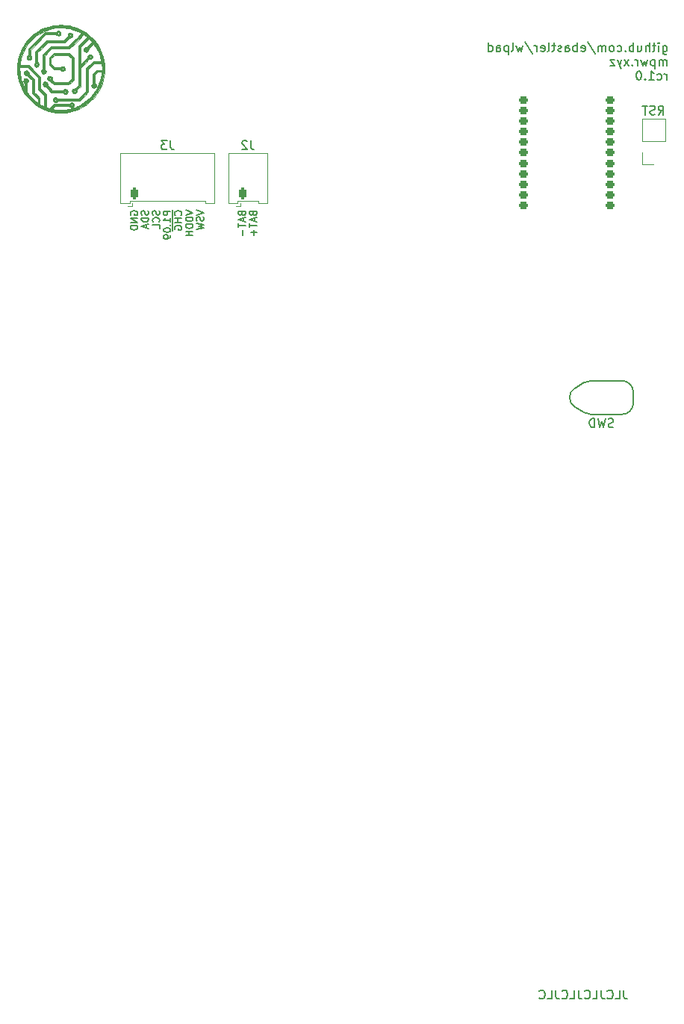
<source format=gbr>
%TF.GenerationSoftware,KiCad,Pcbnew,(6.0.5)*%
%TF.CreationDate,2022-06-15T23:23:07+02:00*%
%TF.ProjectId,whalepad,7768616c-6570-4616-942e-6b696361645f,rev?*%
%TF.SameCoordinates,Original*%
%TF.FileFunction,Legend,Bot*%
%TF.FilePolarity,Positive*%
%FSLAX46Y46*%
G04 Gerber Fmt 4.6, Leading zero omitted, Abs format (unit mm)*
G04 Created by KiCad (PCBNEW (6.0.5)) date 2022-06-15 23:23:07*
%MOMM*%
%LPD*%
G01*
G04 APERTURE LIST*
G04 Aperture macros list*
%AMRoundRect*
0 Rectangle with rounded corners*
0 $1 Rounding radius*
0 $2 $3 $4 $5 $6 $7 $8 $9 X,Y pos of 4 corners*
0 Add a 4 corners polygon primitive as box body*
4,1,4,$2,$3,$4,$5,$6,$7,$8,$9,$2,$3,0*
0 Add four circle primitives for the rounded corners*
1,1,$1+$1,$2,$3*
1,1,$1+$1,$4,$5*
1,1,$1+$1,$6,$7*
1,1,$1+$1,$8,$9*
0 Add four rect primitives between the rounded corners*
20,1,$1+$1,$2,$3,$4,$5,0*
20,1,$1+$1,$4,$5,$6,$7,0*
20,1,$1+$1,$6,$7,$8,$9,0*
20,1,$1+$1,$8,$9,$2,$3,0*%
G04 Aperture macros list end*
%ADD10C,0.150000*%
%ADD11C,0.010000*%
%ADD12C,0.200000*%
%ADD13C,0.120000*%
%ADD14C,3.987800*%
%ADD15C,1.750000*%
%ADD16C,2.200000*%
%ADD17C,2.300000*%
%ADD18C,4.000000*%
%ADD19C,0.650000*%
%ADD20O,1.000000X2.100000*%
%ADD21O,1.000000X1.600000*%
%ADD22RoundRect,0.200000X0.300000X0.200000X-0.300000X0.200000X-0.300000X-0.200000X0.300000X-0.200000X0*%
%ADD23C,0.990600*%
%ADD24C,0.787400*%
%ADD25R,1.700000X1.700000*%
%ADD26O,1.700000X1.700000*%
%ADD27RoundRect,0.200000X-0.200000X-0.450000X0.200000X-0.450000X0.200000X0.450000X-0.200000X0.450000X0*%
%ADD28O,0.800000X1.300000*%
G04 APERTURE END LIST*
D10*
X61226047Y-78175369D02*
X61226047Y-78889655D01*
X61273666Y-79032512D01*
X61368904Y-79127750D01*
X61511761Y-79175369D01*
X61607000Y-79175369D01*
X60273666Y-79175369D02*
X60749857Y-79175369D01*
X60749857Y-78175369D01*
X59368904Y-79080131D02*
X59416523Y-79127750D01*
X59559380Y-79175369D01*
X59654619Y-79175369D01*
X59797476Y-79127750D01*
X59892714Y-79032512D01*
X59940333Y-78937274D01*
X59987952Y-78746798D01*
X59987952Y-78603941D01*
X59940333Y-78413465D01*
X59892714Y-78318227D01*
X59797476Y-78222989D01*
X59654619Y-78175369D01*
X59559380Y-78175369D01*
X59416523Y-78222989D01*
X59368904Y-78270608D01*
X58654619Y-78175369D02*
X58654619Y-78889655D01*
X58702238Y-79032512D01*
X58797476Y-79127750D01*
X58940333Y-79175369D01*
X59035571Y-79175369D01*
X57702238Y-79175369D02*
X58178428Y-79175369D01*
X58178428Y-78175369D01*
X56797476Y-79080131D02*
X56845095Y-79127750D01*
X56987952Y-79175369D01*
X57083190Y-79175369D01*
X57226047Y-79127750D01*
X57321285Y-79032512D01*
X57368904Y-78937274D01*
X57416523Y-78746798D01*
X57416523Y-78603941D01*
X57368904Y-78413465D01*
X57321285Y-78318227D01*
X57226047Y-78222989D01*
X57083190Y-78175369D01*
X56987952Y-78175369D01*
X56845095Y-78222989D01*
X56797476Y-78270608D01*
X56083190Y-78175369D02*
X56083190Y-78889655D01*
X56130809Y-79032512D01*
X56226047Y-79127750D01*
X56368904Y-79175369D01*
X56464142Y-79175369D01*
X55130809Y-79175369D02*
X55607000Y-79175369D01*
X55607000Y-78175369D01*
X54226047Y-79080131D02*
X54273666Y-79127750D01*
X54416523Y-79175369D01*
X54511761Y-79175369D01*
X54654619Y-79127750D01*
X54749857Y-79032512D01*
X54797476Y-78937274D01*
X54845095Y-78746798D01*
X54845095Y-78603941D01*
X54797476Y-78413465D01*
X54749857Y-78318227D01*
X54654619Y-78222989D01*
X54511761Y-78175369D01*
X54416523Y-78175369D01*
X54273666Y-78222989D01*
X54226047Y-78270608D01*
X53511761Y-78175369D02*
X53511761Y-78889655D01*
X53559380Y-79032512D01*
X53654619Y-79127750D01*
X53797476Y-79175369D01*
X53892714Y-79175369D01*
X52559380Y-79175369D02*
X53035571Y-79175369D01*
X53035571Y-78175369D01*
X51654619Y-79080131D02*
X51702238Y-79127750D01*
X51845095Y-79175369D01*
X51940333Y-79175369D01*
X52083190Y-79127750D01*
X52178428Y-79032512D01*
X52226047Y-78937274D01*
X52273666Y-78746798D01*
X52273666Y-78603941D01*
X52226047Y-78413465D01*
X52178428Y-78318227D01*
X52083190Y-78222989D01*
X51940333Y-78175369D01*
X51845095Y-78175369D01*
X51702238Y-78222989D01*
X51654619Y-78270608D01*
X65642833Y28901296D02*
X65642833Y28091772D01*
X65690452Y27996534D01*
X65738071Y27948915D01*
X65833309Y27901296D01*
X65976166Y27901296D01*
X66071404Y27948915D01*
X65642833Y28282249D02*
X65738071Y28234630D01*
X65928547Y28234630D01*
X66023785Y28282249D01*
X66071404Y28329868D01*
X66119023Y28425106D01*
X66119023Y28710820D01*
X66071404Y28806058D01*
X66023785Y28853677D01*
X65928547Y28901296D01*
X65738071Y28901296D01*
X65642833Y28853677D01*
X65166642Y28234630D02*
X65166642Y28901296D01*
X65166642Y29234630D02*
X65214261Y29187011D01*
X65166642Y29139391D01*
X65119023Y29187011D01*
X65166642Y29234630D01*
X65166642Y29139391D01*
X64833309Y28901296D02*
X64452357Y28901296D01*
X64690452Y29234630D02*
X64690452Y28377487D01*
X64642833Y28282249D01*
X64547595Y28234630D01*
X64452357Y28234630D01*
X64119023Y28234630D02*
X64119023Y29234630D01*
X63690452Y28234630D02*
X63690452Y28758439D01*
X63738071Y28853677D01*
X63833309Y28901296D01*
X63976166Y28901296D01*
X64071404Y28853677D01*
X64119023Y28806058D01*
X62785690Y28901296D02*
X62785690Y28234630D01*
X63214261Y28901296D02*
X63214261Y28377487D01*
X63166642Y28282249D01*
X63071404Y28234630D01*
X62928547Y28234630D01*
X62833309Y28282249D01*
X62785690Y28329868D01*
X62309500Y28234630D02*
X62309500Y29234630D01*
X62309500Y28853677D02*
X62214261Y28901296D01*
X62023785Y28901296D01*
X61928547Y28853677D01*
X61880928Y28806058D01*
X61833309Y28710820D01*
X61833309Y28425106D01*
X61880928Y28329868D01*
X61928547Y28282249D01*
X62023785Y28234630D01*
X62214261Y28234630D01*
X62309500Y28282249D01*
X61404738Y28329868D02*
X61357119Y28282249D01*
X61404738Y28234630D01*
X61452357Y28282249D01*
X61404738Y28329868D01*
X61404738Y28234630D01*
X60499976Y28282249D02*
X60595214Y28234630D01*
X60785690Y28234630D01*
X60880928Y28282249D01*
X60928547Y28329868D01*
X60976166Y28425106D01*
X60976166Y28710820D01*
X60928547Y28806058D01*
X60880928Y28853677D01*
X60785690Y28901296D01*
X60595214Y28901296D01*
X60499976Y28853677D01*
X59928547Y28234630D02*
X60023785Y28282249D01*
X60071404Y28329868D01*
X60119023Y28425106D01*
X60119023Y28710820D01*
X60071404Y28806058D01*
X60023785Y28853677D01*
X59928547Y28901296D01*
X59785690Y28901296D01*
X59690452Y28853677D01*
X59642833Y28806058D01*
X59595214Y28710820D01*
X59595214Y28425106D01*
X59642833Y28329868D01*
X59690452Y28282249D01*
X59785690Y28234630D01*
X59928547Y28234630D01*
X59166642Y28234630D02*
X59166642Y28901296D01*
X59166642Y28806058D02*
X59119023Y28853677D01*
X59023785Y28901296D01*
X58880928Y28901296D01*
X58785690Y28853677D01*
X58738071Y28758439D01*
X58738071Y28234630D01*
X58738071Y28758439D02*
X58690452Y28853677D01*
X58595214Y28901296D01*
X58452357Y28901296D01*
X58357119Y28853677D01*
X58309500Y28758439D01*
X58309500Y28234630D01*
X57119023Y29282249D02*
X57976166Y27996534D01*
X56404738Y28282249D02*
X56499976Y28234630D01*
X56690452Y28234630D01*
X56785690Y28282249D01*
X56833309Y28377487D01*
X56833309Y28758439D01*
X56785690Y28853677D01*
X56690452Y28901296D01*
X56499976Y28901296D01*
X56404738Y28853677D01*
X56357119Y28758439D01*
X56357119Y28663201D01*
X56833309Y28567963D01*
X55928547Y28234630D02*
X55928547Y29234630D01*
X55928547Y28853677D02*
X55833309Y28901296D01*
X55642833Y28901296D01*
X55547595Y28853677D01*
X55499976Y28806058D01*
X55452357Y28710820D01*
X55452357Y28425106D01*
X55499976Y28329868D01*
X55547595Y28282249D01*
X55642833Y28234630D01*
X55833309Y28234630D01*
X55928547Y28282249D01*
X54595214Y28234630D02*
X54595214Y28758439D01*
X54642833Y28853677D01*
X54738071Y28901296D01*
X54928547Y28901296D01*
X55023785Y28853677D01*
X54595214Y28282249D02*
X54690452Y28234630D01*
X54928547Y28234630D01*
X55023785Y28282249D01*
X55071404Y28377487D01*
X55071404Y28472725D01*
X55023785Y28567963D01*
X54928547Y28615582D01*
X54690452Y28615582D01*
X54595214Y28663201D01*
X54166642Y28282249D02*
X54071404Y28234630D01*
X53880928Y28234630D01*
X53785690Y28282249D01*
X53738071Y28377487D01*
X53738071Y28425106D01*
X53785690Y28520344D01*
X53880928Y28567963D01*
X54023785Y28567963D01*
X54119023Y28615582D01*
X54166642Y28710820D01*
X54166642Y28758439D01*
X54119023Y28853677D01*
X54023785Y28901296D01*
X53880928Y28901296D01*
X53785690Y28853677D01*
X53452357Y28901296D02*
X53071404Y28901296D01*
X53309500Y29234630D02*
X53309500Y28377487D01*
X53261880Y28282249D01*
X53166642Y28234630D01*
X53071404Y28234630D01*
X52595214Y28234630D02*
X52690452Y28282249D01*
X52738071Y28377487D01*
X52738071Y29234630D01*
X51833309Y28282249D02*
X51928547Y28234630D01*
X52119023Y28234630D01*
X52214261Y28282249D01*
X52261880Y28377487D01*
X52261880Y28758439D01*
X52214261Y28853677D01*
X52119023Y28901296D01*
X51928547Y28901296D01*
X51833309Y28853677D01*
X51785690Y28758439D01*
X51785690Y28663201D01*
X52261880Y28567963D01*
X51357119Y28234630D02*
X51357119Y28901296D01*
X51357119Y28710820D02*
X51309500Y28806058D01*
X51261880Y28853677D01*
X51166642Y28901296D01*
X51071404Y28901296D01*
X50023785Y29282249D02*
X50880928Y27996534D01*
X49785690Y28901296D02*
X49595214Y28234630D01*
X49404738Y28710820D01*
X49214261Y28234630D01*
X49023785Y28901296D01*
X48499976Y28234630D02*
X48595214Y28282249D01*
X48642833Y28377487D01*
X48642833Y29234630D01*
X48119023Y28901296D02*
X48119023Y27901296D01*
X48119023Y28853677D02*
X48023785Y28901296D01*
X47833309Y28901296D01*
X47738071Y28853677D01*
X47690452Y28806058D01*
X47642833Y28710820D01*
X47642833Y28425106D01*
X47690452Y28329868D01*
X47738071Y28282249D01*
X47833309Y28234630D01*
X48023785Y28234630D01*
X48119023Y28282249D01*
X46785690Y28234630D02*
X46785690Y28758439D01*
X46833309Y28853677D01*
X46928547Y28901296D01*
X47119023Y28901296D01*
X47214261Y28853677D01*
X46785690Y28282249D02*
X46880928Y28234630D01*
X47119023Y28234630D01*
X47214261Y28282249D01*
X47261880Y28377487D01*
X47261880Y28472725D01*
X47214261Y28567963D01*
X47119023Y28615582D01*
X46880928Y28615582D01*
X46785690Y28663201D01*
X45880928Y28234630D02*
X45880928Y29234630D01*
X45880928Y28282249D02*
X45976166Y28234630D01*
X46166642Y28234630D01*
X46261880Y28282249D01*
X46309500Y28329868D01*
X46357119Y28425106D01*
X46357119Y28710820D01*
X46309500Y28806058D01*
X46261880Y28853677D01*
X46166642Y28901296D01*
X45976166Y28901296D01*
X45880928Y28853677D01*
X66071404Y26624630D02*
X66071404Y27291296D01*
X66071404Y27196058D02*
X66023785Y27243677D01*
X65928547Y27291296D01*
X65785690Y27291296D01*
X65690452Y27243677D01*
X65642833Y27148439D01*
X65642833Y26624630D01*
X65642833Y27148439D02*
X65595214Y27243677D01*
X65499976Y27291296D01*
X65357119Y27291296D01*
X65261880Y27243677D01*
X65214261Y27148439D01*
X65214261Y26624630D01*
X64738071Y27291296D02*
X64738071Y26291296D01*
X64738071Y27243677D02*
X64642833Y27291296D01*
X64452357Y27291296D01*
X64357119Y27243677D01*
X64309500Y27196058D01*
X64261880Y27100820D01*
X64261880Y26815106D01*
X64309500Y26719868D01*
X64357119Y26672249D01*
X64452357Y26624630D01*
X64642833Y26624630D01*
X64738071Y26672249D01*
X63928547Y27291296D02*
X63738071Y26624630D01*
X63547595Y27100820D01*
X63357119Y26624630D01*
X63166642Y27291296D01*
X62785690Y26624630D02*
X62785690Y27291296D01*
X62785690Y27100820D02*
X62738071Y27196058D01*
X62690452Y27243677D01*
X62595214Y27291296D01*
X62499976Y27291296D01*
X62166642Y26719868D02*
X62119023Y26672249D01*
X62166642Y26624630D01*
X62214261Y26672249D01*
X62166642Y26719868D01*
X62166642Y26624630D01*
X61785690Y26624630D02*
X61261880Y27291296D01*
X61785690Y27291296D02*
X61261880Y26624630D01*
X60976166Y27291296D02*
X60738071Y26624630D01*
X60499976Y27291296D02*
X60738071Y26624630D01*
X60833309Y26386534D01*
X60880928Y26338915D01*
X60976166Y26291296D01*
X60214261Y27291296D02*
X59690452Y27291296D01*
X60214261Y26624630D01*
X59690452Y26624630D01*
X66071404Y25014630D02*
X66071404Y25681296D01*
X66071404Y25490820D02*
X66023785Y25586058D01*
X65976166Y25633677D01*
X65880928Y25681296D01*
X65785690Y25681296D01*
X65023785Y25062249D02*
X65119023Y25014630D01*
X65309500Y25014630D01*
X65404738Y25062249D01*
X65452357Y25109868D01*
X65499976Y25205106D01*
X65499976Y25490820D01*
X65452357Y25586058D01*
X65404738Y25633677D01*
X65309500Y25681296D01*
X65119023Y25681296D01*
X65023785Y25633677D01*
X64071404Y25014630D02*
X64642833Y25014630D01*
X64357119Y25014630D02*
X64357119Y26014630D01*
X64452357Y25871772D01*
X64547595Y25776534D01*
X64642833Y25728915D01*
X63642833Y25109868D02*
X63595214Y25062249D01*
X63642833Y25014630D01*
X63690452Y25062249D01*
X63642833Y25109868D01*
X63642833Y25014630D01*
X62976166Y26014630D02*
X62880928Y26014630D01*
X62785690Y25967011D01*
X62738071Y25919391D01*
X62690452Y25824153D01*
X62642833Y25633677D01*
X62642833Y25395582D01*
X62690452Y25205106D01*
X62738071Y25109868D01*
X62785690Y25062249D01*
X62880928Y25014630D01*
X62976166Y25014630D01*
X63071404Y25062249D01*
X63119023Y25109868D01*
X63166642Y25205106D01*
X63214261Y25395582D01*
X63214261Y25633677D01*
X63166642Y25824153D01*
X63119023Y25919391D01*
X63071404Y25967011D01*
X62976166Y26014630D01*
X60044153Y-14336011D02*
X59901296Y-14383630D01*
X59663201Y-14383630D01*
X59567963Y-14336011D01*
X59520344Y-14288392D01*
X59472725Y-14193154D01*
X59472725Y-14097916D01*
X59520344Y-14002678D01*
X59567963Y-13955059D01*
X59663201Y-13907440D01*
X59853677Y-13859821D01*
X59948915Y-13812202D01*
X59996534Y-13764583D01*
X60044153Y-13669345D01*
X60044153Y-13574107D01*
X59996534Y-13478869D01*
X59948915Y-13431250D01*
X59853677Y-13383630D01*
X59615582Y-13383630D01*
X59472725Y-13431250D01*
X59139391Y-13383630D02*
X58901296Y-14383630D01*
X58710820Y-13669345D01*
X58520344Y-14383630D01*
X58282249Y-13383630D01*
X57901296Y-14383630D02*
X57901296Y-13383630D01*
X57663201Y-13383630D01*
X57520344Y-13431250D01*
X57425106Y-13526488D01*
X57377487Y-13621726D01*
X57329868Y-13812202D01*
X57329868Y-13955059D01*
X57377487Y-14145535D01*
X57425106Y-14240773D01*
X57520344Y-14336011D01*
X57663201Y-14383630D01*
X57901296Y-14383630D01*
X10061000Y10305500D02*
X10061000Y9505500D01*
X11010714Y9657880D02*
X11048809Y9695976D01*
X11086904Y9810261D01*
X11086904Y9886452D01*
X11048809Y10000738D01*
X10972619Y10076928D01*
X10896428Y10115023D01*
X10744047Y10153119D01*
X10629761Y10153119D01*
X10477380Y10115023D01*
X10401190Y10076928D01*
X10325000Y10000738D01*
X10286904Y9886452D01*
X10286904Y9810261D01*
X10325000Y9695976D01*
X10363095Y9657880D01*
X10061000Y9505500D02*
X10061000Y8667404D01*
X11086904Y9315023D02*
X10286904Y9315023D01*
X10667857Y9315023D02*
X10667857Y8857880D01*
X11086904Y8857880D02*
X10286904Y8857880D01*
X10061000Y8667404D02*
X10061000Y7867404D01*
X10325000Y8057880D02*
X10286904Y8134071D01*
X10286904Y8248357D01*
X10325000Y8362642D01*
X10401190Y8438833D01*
X10477380Y8476928D01*
X10629761Y8515023D01*
X10744047Y8515023D01*
X10896428Y8476928D01*
X10972619Y8438833D01*
X11048809Y8362642D01*
X11086904Y8248357D01*
X11086904Y8172166D01*
X11048809Y8057880D01*
X11010714Y8019785D01*
X10744047Y8019785D01*
X10744047Y8172166D01*
X8548809Y10153119D02*
X8586904Y10038833D01*
X8586904Y9848357D01*
X8548809Y9772166D01*
X8510714Y9734071D01*
X8434523Y9695976D01*
X8358333Y9695976D01*
X8282142Y9734071D01*
X8244047Y9772166D01*
X8205952Y9848357D01*
X8167857Y10000738D01*
X8129761Y10076928D01*
X8091666Y10115023D01*
X8015476Y10153119D01*
X7939285Y10153119D01*
X7863095Y10115023D01*
X7825000Y10076928D01*
X7786904Y10000738D01*
X7786904Y9810261D01*
X7825000Y9695976D01*
X8510714Y8895976D02*
X8548809Y8934071D01*
X8586904Y9048357D01*
X8586904Y9124547D01*
X8548809Y9238833D01*
X8472619Y9315023D01*
X8396428Y9353119D01*
X8244047Y9391214D01*
X8129761Y9391214D01*
X7977380Y9353119D01*
X7901190Y9315023D01*
X7825000Y9238833D01*
X7786904Y9124547D01*
X7786904Y9048357D01*
X7825000Y8934071D01*
X7863095Y8895976D01*
X8586904Y8172166D02*
X8586904Y8553119D01*
X7786904Y8553119D01*
X11536904Y10229309D02*
X12336904Y9962642D01*
X11536904Y9695976D01*
X12336904Y9429309D02*
X11536904Y9429309D01*
X11536904Y9238833D01*
X11575000Y9124547D01*
X11651190Y9048357D01*
X11727380Y9010261D01*
X11879761Y8972166D01*
X11994047Y8972166D01*
X12146428Y9010261D01*
X12222619Y9048357D01*
X12298809Y9124547D01*
X12336904Y9238833D01*
X12336904Y9429309D01*
X12336904Y8629309D02*
X11536904Y8629309D01*
X11536904Y8438833D01*
X11575000Y8324547D01*
X11651190Y8248357D01*
X11727380Y8210261D01*
X11879761Y8172166D01*
X11994047Y8172166D01*
X12146428Y8210261D01*
X12222619Y8248357D01*
X12298809Y8324547D01*
X12336904Y8438833D01*
X12336904Y8629309D01*
X12336904Y7829309D02*
X11536904Y7829309D01*
X11917857Y7829309D02*
X11917857Y7372166D01*
X12336904Y7372166D02*
X11536904Y7372166D01*
X65142619Y21066369D02*
X65475952Y21542559D01*
X65714047Y21066369D02*
X65714047Y22066369D01*
X65333095Y22066369D01*
X65237857Y22018750D01*
X65190238Y21971130D01*
X65142619Y21875892D01*
X65142619Y21733035D01*
X65190238Y21637797D01*
X65237857Y21590178D01*
X65333095Y21542559D01*
X65714047Y21542559D01*
X64761666Y21113988D02*
X64618809Y21066369D01*
X64380714Y21066369D01*
X64285476Y21113988D01*
X64237857Y21161607D01*
X64190238Y21256845D01*
X64190238Y21352083D01*
X64237857Y21447321D01*
X64285476Y21494940D01*
X64380714Y21542559D01*
X64571190Y21590178D01*
X64666428Y21637797D01*
X64714047Y21685416D01*
X64761666Y21780654D01*
X64761666Y21875892D01*
X64714047Y21971130D01*
X64666428Y22018750D01*
X64571190Y22066369D01*
X64333095Y22066369D01*
X64190238Y22018750D01*
X63904523Y22066369D02*
X63333095Y22066369D01*
X63618809Y21066369D02*
X63618809Y22066369D01*
X17917857Y9848357D02*
X17955952Y9734071D01*
X17994047Y9695976D01*
X18070238Y9657880D01*
X18184523Y9657880D01*
X18260714Y9695976D01*
X18298809Y9734071D01*
X18336904Y9810261D01*
X18336904Y10115023D01*
X17536904Y10115023D01*
X17536904Y9848357D01*
X17575000Y9772166D01*
X17613095Y9734071D01*
X17689285Y9695976D01*
X17765476Y9695976D01*
X17841666Y9734071D01*
X17879761Y9772166D01*
X17917857Y9848357D01*
X17917857Y10115023D01*
X18108333Y9353119D02*
X18108333Y8972166D01*
X18336904Y9429309D02*
X17536904Y9162642D01*
X18336904Y8895976D01*
X17536904Y8743595D02*
X17536904Y8286452D01*
X18336904Y8515023D02*
X17536904Y8515023D01*
X18032142Y8019785D02*
X18032142Y7410261D01*
X7298809Y10153119D02*
X7336904Y10038833D01*
X7336904Y9848357D01*
X7298809Y9772166D01*
X7260714Y9734071D01*
X7184523Y9695976D01*
X7108333Y9695976D01*
X7032142Y9734071D01*
X6994047Y9772166D01*
X6955952Y9848357D01*
X6917857Y10000738D01*
X6879761Y10076928D01*
X6841666Y10115023D01*
X6765476Y10153119D01*
X6689285Y10153119D01*
X6613095Y10115023D01*
X6575000Y10076928D01*
X6536904Y10000738D01*
X6536904Y9810261D01*
X6575000Y9695976D01*
X7336904Y9353119D02*
X6536904Y9353119D01*
X6536904Y9162642D01*
X6575000Y9048357D01*
X6651190Y8972166D01*
X6727380Y8934071D01*
X6879761Y8895976D01*
X6994047Y8895976D01*
X7146428Y8934071D01*
X7222619Y8972166D01*
X7298809Y9048357D01*
X7336904Y9162642D01*
X7336904Y9353119D01*
X7108333Y8591214D02*
X7108333Y8210261D01*
X7336904Y8667404D02*
X6536904Y8400738D01*
X7336904Y8134071D01*
X5325000Y9695976D02*
X5286904Y9772166D01*
X5286904Y9886452D01*
X5325000Y10000738D01*
X5401190Y10076928D01*
X5477380Y10115023D01*
X5629761Y10153119D01*
X5744047Y10153119D01*
X5896428Y10115023D01*
X5972619Y10076928D01*
X6048809Y10000738D01*
X6086904Y9886452D01*
X6086904Y9810261D01*
X6048809Y9695976D01*
X6010714Y9657880D01*
X5744047Y9657880D01*
X5744047Y9810261D01*
X6086904Y9315023D02*
X5286904Y9315023D01*
X6086904Y8857880D01*
X5286904Y8857880D01*
X6086904Y8476928D02*
X5286904Y8476928D01*
X5286904Y8286452D01*
X5325000Y8172166D01*
X5401190Y8095976D01*
X5477380Y8057880D01*
X5629761Y8019785D01*
X5744047Y8019785D01*
X5896428Y8057880D01*
X5972619Y8095976D01*
X6048809Y8172166D01*
X6086904Y8286452D01*
X6086904Y8476928D01*
X12786904Y10229309D02*
X13586904Y9962642D01*
X12786904Y9695976D01*
X13548809Y9467404D02*
X13586904Y9353119D01*
X13586904Y9162642D01*
X13548809Y9086452D01*
X13510714Y9048357D01*
X13434523Y9010261D01*
X13358333Y9010261D01*
X13282142Y9048357D01*
X13244047Y9086452D01*
X13205952Y9162642D01*
X13167857Y9315023D01*
X13129761Y9391214D01*
X13091666Y9429309D01*
X13015476Y9467404D01*
X12939285Y9467404D01*
X12863095Y9429309D01*
X12825000Y9391214D01*
X12786904Y9315023D01*
X12786904Y9124547D01*
X12825000Y9010261D01*
X12786904Y8743595D02*
X13586904Y8553119D01*
X13015476Y8400738D01*
X13586904Y8248357D01*
X12786904Y8057880D01*
X9836904Y10115023D02*
X9036904Y10115023D01*
X9036904Y9810261D01*
X9075000Y9734071D01*
X9113095Y9695976D01*
X9189285Y9657880D01*
X9303571Y9657880D01*
X9379761Y9695976D01*
X9417857Y9734071D01*
X9455952Y9810261D01*
X9455952Y10115023D01*
X9836904Y8895976D02*
X9836904Y9353119D01*
X9836904Y9124547D02*
X9036904Y9124547D01*
X9151190Y9200738D01*
X9227380Y9276928D01*
X9265476Y9353119D01*
X9760714Y8553119D02*
X9798809Y8515023D01*
X9836904Y8553119D01*
X9798809Y8591214D01*
X9760714Y8553119D01*
X9836904Y8553119D01*
X9036904Y8019785D02*
X9036904Y7943595D01*
X9075000Y7867404D01*
X9113095Y7829309D01*
X9189285Y7791214D01*
X9341666Y7753119D01*
X9532142Y7753119D01*
X9684523Y7791214D01*
X9760714Y7829309D01*
X9798809Y7867404D01*
X9836904Y7943595D01*
X9836904Y8019785D01*
X9798809Y8095976D01*
X9760714Y8134071D01*
X9684523Y8172166D01*
X9532142Y8210261D01*
X9341666Y8210261D01*
X9189285Y8172166D01*
X9113095Y8134071D01*
X9075000Y8095976D01*
X9036904Y8019785D01*
X9836904Y7372166D02*
X9836904Y7219785D01*
X9798809Y7143595D01*
X9760714Y7105500D01*
X9646428Y7029309D01*
X9494047Y6991214D01*
X9189285Y6991214D01*
X9113095Y7029309D01*
X9075000Y7067404D01*
X9036904Y7143595D01*
X9036904Y7295976D01*
X9075000Y7372166D01*
X9113095Y7410261D01*
X9189285Y7448357D01*
X9379761Y7448357D01*
X9455952Y7410261D01*
X9494047Y7372166D01*
X9532142Y7295976D01*
X9532142Y7143595D01*
X9494047Y7067404D01*
X9455952Y7029309D01*
X9379761Y6991214D01*
X19167857Y9848357D02*
X19205952Y9734071D01*
X19244047Y9695976D01*
X19320238Y9657880D01*
X19434523Y9657880D01*
X19510714Y9695976D01*
X19548809Y9734071D01*
X19586904Y9810261D01*
X19586904Y10115023D01*
X18786904Y10115023D01*
X18786904Y9848357D01*
X18825000Y9772166D01*
X18863095Y9734071D01*
X18939285Y9695976D01*
X19015476Y9695976D01*
X19091666Y9734071D01*
X19129761Y9772166D01*
X19167857Y9848357D01*
X19167857Y10115023D01*
X19358333Y9353119D02*
X19358333Y8972166D01*
X19586904Y9429309D02*
X18786904Y9162642D01*
X19586904Y8895976D01*
X18786904Y8743595D02*
X18786904Y8286452D01*
X19586904Y8515023D02*
X18786904Y8515023D01*
X19282142Y8019785D02*
X19282142Y7410261D01*
X19586904Y7715023D02*
X18977380Y7715023D01*
%TO.C,J3*%
X9808333Y18118619D02*
X9808333Y17404333D01*
X9855952Y17261476D01*
X9951190Y17166238D01*
X10094047Y17118619D01*
X10189285Y17118619D01*
X9427380Y18118619D02*
X8808333Y18118619D01*
X9141666Y17737666D01*
X8998809Y17737666D01*
X8903571Y17690047D01*
X8855952Y17642428D01*
X8808333Y17547190D01*
X8808333Y17309095D01*
X8855952Y17213857D01*
X8903571Y17166238D01*
X8998809Y17118619D01*
X9284523Y17118619D01*
X9379761Y17166238D01*
X9427380Y17213857D01*
%TO.C,J2*%
X18933333Y18118619D02*
X18933333Y17404333D01*
X18980952Y17261476D01*
X19076190Y17166238D01*
X19219047Y17118619D01*
X19314285Y17118619D01*
X18504761Y18023380D02*
X18457142Y18071000D01*
X18361904Y18118619D01*
X18123809Y18118619D01*
X18028571Y18071000D01*
X17980952Y18023380D01*
X17933333Y17928142D01*
X17933333Y17832904D01*
X17980952Y17690047D01*
X18552380Y17118619D01*
X17933333Y17118619D01*
%TO.C,G\u002A\u002A\u002A*%
G36*
X2300936Y25408124D02*
G01*
X2205549Y24974867D01*
X2072398Y24551453D01*
X1902101Y24140686D01*
X1695281Y23745372D01*
X1452556Y23368313D01*
X1174547Y23012314D01*
X861874Y22680180D01*
X515158Y22374713D01*
X440668Y22316320D01*
X73201Y22061280D01*
X-321065Y21838016D01*
X-736179Y21648998D01*
X-1166193Y21496691D01*
X-1605157Y21383564D01*
X-2047123Y21312083D01*
X-2113326Y21305763D01*
X-2267851Y21296506D01*
X-2446018Y21291167D01*
X-2634225Y21289780D01*
X-2818867Y21292373D01*
X-2986342Y21298980D01*
X-3123045Y21309629D01*
X-3561538Y21376511D01*
X-4014225Y21487601D01*
X-4450601Y21638337D01*
X-4868414Y21827141D01*
X-5265415Y22052438D01*
X-5639352Y22312654D01*
X-5987975Y22606212D01*
X-6309033Y22931538D01*
X-6600274Y23287055D01*
X-6859449Y23671188D01*
X-7084307Y24082362D01*
X-7248755Y24459025D01*
X-7394716Y24895514D01*
X-7499257Y25342108D01*
X-7562386Y25795478D01*
X-7584112Y26252297D01*
X-7576336Y26432976D01*
X-7278884Y26432976D01*
X-7264596Y26115476D01*
X-7264404Y26111250D01*
X-7256130Y25971157D01*
X-7244356Y25823825D01*
X-7230623Y25686516D01*
X-7216473Y25576492D01*
X-7166925Y25312815D01*
X-7095514Y25028287D01*
X-7008101Y24747080D01*
X-6908964Y24482904D01*
X-6802379Y24249467D01*
X-6717157Y24082362D01*
X-6716043Y24368805D01*
X-6715954Y24486201D01*
X-6717650Y24567986D01*
X-6722470Y24621749D01*
X-6731748Y24655779D01*
X-6746819Y24678364D01*
X-6769018Y24697793D01*
X-6812884Y24743532D01*
X-6854202Y24832159D01*
X-6860617Y24904320D01*
X-6659228Y24904320D01*
X-6658432Y24883181D01*
X-6643858Y24846715D01*
X-6601619Y24833209D01*
X-6574084Y24833090D01*
X-6523027Y24855172D01*
X-6497410Y24898131D01*
X-6502172Y24948638D01*
X-6542254Y24993369D01*
X-6558527Y25001448D01*
X-6607606Y25000693D01*
X-6644606Y24965703D01*
X-6659228Y24904320D01*
X-6860617Y24904320D01*
X-6863057Y24931767D01*
X-6839071Y25030098D01*
X-6781867Y25114891D01*
X-6760650Y25134178D01*
X-6669041Y25184852D01*
X-6570249Y25198440D01*
X-6474324Y25176734D01*
X-6391319Y25121525D01*
X-6331283Y25034603D01*
X-6322367Y25013086D01*
X-6299300Y24905553D01*
X-6300784Y24898131D01*
X-6318737Y24808312D01*
X-6381429Y24716602D01*
X-6447561Y24645807D01*
X-6447561Y23622977D01*
X-6310160Y23440477D01*
X-6301848Y23429545D01*
X-6208149Y23315570D01*
X-6089457Y23183487D01*
X-5954585Y23042106D01*
X-5812345Y22900240D01*
X-5671549Y22766701D01*
X-5541008Y22650301D01*
X-5429534Y22559851D01*
X-5374237Y22518652D01*
X-5305728Y22468997D01*
X-5256486Y22435034D01*
X-5234578Y22422450D01*
X-5232022Y22426612D01*
X-5226951Y22463609D01*
X-5223437Y22530658D01*
X-5222123Y22617685D01*
X-5222123Y22812919D01*
X-5556333Y23146573D01*
X-5890544Y23480226D01*
X-5890544Y24996540D01*
X-6163804Y25269144D01*
X-6261243Y25365942D01*
X-6335724Y25437975D01*
X-6390623Y25487054D01*
X-6431903Y25517576D01*
X-6465528Y25533935D01*
X-6497460Y25540527D01*
X-6533664Y25541748D01*
X-6590707Y25545572D01*
X-6646693Y25566883D01*
X-6704260Y25615745D01*
X-6711885Y25623573D01*
X-6775946Y25718397D01*
X-6792111Y25797724D01*
X-6603944Y25797724D01*
X-6576789Y25746731D01*
X-6561187Y25734859D01*
X-6514403Y25719994D01*
X-6489230Y25723892D01*
X-6446849Y25755319D01*
X-6426874Y25805322D01*
X-6433229Y25858197D01*
X-6469842Y25898239D01*
X-6518680Y25909526D01*
X-6566587Y25890884D01*
X-6597776Y25849696D01*
X-6603944Y25797724D01*
X-6792111Y25797724D01*
X-6796797Y25820720D01*
X-6773776Y25927571D01*
X-6737250Y25989776D01*
X-6660551Y26056389D01*
X-6565532Y26091389D01*
X-6462727Y26091547D01*
X-6362668Y26053633D01*
X-6336904Y26035053D01*
X-6275209Y25962058D01*
X-6236655Y25872554D01*
X-6231523Y25805322D01*
X-6229905Y25784125D01*
X-6230821Y25769308D01*
X-6225094Y25742920D01*
X-6206924Y25709960D01*
X-6172373Y25665566D01*
X-6117504Y25604877D01*
X-6038380Y25523032D01*
X-5931064Y25415171D01*
X-5623175Y25107871D01*
X-5623175Y23591610D01*
X-5300105Y23269117D01*
X-4977035Y22946623D01*
X-4977035Y22248337D01*
X-4756132Y22134867D01*
X-4678319Y22095320D01*
X-4600996Y22057016D01*
X-4546102Y22030993D01*
X-4522185Y22021397D01*
X-4521757Y22021728D01*
X-4518400Y22048117D01*
X-4515385Y22112714D01*
X-4512832Y22209859D01*
X-4510860Y22333890D01*
X-4509590Y22479146D01*
X-4509140Y22639965D01*
X-4509140Y23258533D01*
X-4843351Y23592187D01*
X-5177561Y23925840D01*
X-5177561Y25240655D01*
X-5773415Y25836815D01*
X-6369269Y26432976D01*
X-7278884Y26432976D01*
X-7576336Y26432976D01*
X-7564446Y26709237D01*
X-7561224Y26733184D01*
X-7241436Y26733184D01*
X-7237790Y26699154D01*
X-7235209Y26697377D01*
X-7198902Y26691025D01*
X-7124855Y26685693D01*
X-7018487Y26681605D01*
X-6885217Y26678987D01*
X-6730462Y26678064D01*
X-6236168Y26678064D01*
X-5573181Y26015352D01*
X-4910193Y25352641D01*
X-4910193Y24037224D01*
X-4264633Y23392816D01*
X-4263577Y23258533D01*
X-4258772Y22647195D01*
X-4252912Y21901573D01*
X-3906534Y21789201D01*
X-3656041Y22038983D01*
X-3507127Y22187475D01*
X-1473552Y22187475D01*
X-1473532Y22137579D01*
X-1443401Y22095058D01*
X-1416867Y22077665D01*
X-1389842Y22065959D01*
X-1373671Y22071768D01*
X-1336283Y22095058D01*
X-1326943Y22103228D01*
X-1305024Y22152407D01*
X-1313578Y22208651D01*
X-1350851Y22252955D01*
X-1364241Y22259775D01*
X-1411776Y22260737D01*
X-1450590Y22232582D01*
X-1473552Y22187475D01*
X-3507127Y22187475D01*
X-3405548Y22288766D01*
X-1673751Y22288766D01*
X-1587434Y22366748D01*
X-1526127Y22415520D01*
X-1470303Y22438899D01*
X-1399812Y22444731D01*
X-1376898Y22443992D01*
X-1298202Y22432756D01*
X-1235775Y22412291D01*
X-1213028Y22397377D01*
X-1157800Y22335914D01*
X-1116459Y22256650D01*
X-1100193Y22178849D01*
X-1102125Y22152407D01*
X-1102832Y22142727D01*
X-1136640Y22045380D01*
X-1202004Y21964168D01*
X-1289534Y21908524D01*
X-1389842Y21887880D01*
X-1453230Y21897645D01*
X-1528193Y21926845D01*
X-1591518Y21967229D01*
X-1626921Y22010384D01*
X-1634068Y22018455D01*
X-1653089Y22025718D01*
X-1687808Y22031475D01*
X-1742349Y22035893D01*
X-1820835Y22039137D01*
X-1927388Y22041372D01*
X-2066133Y22042763D01*
X-2241191Y22043477D01*
X-2456687Y22043678D01*
X-3273676Y22043678D01*
X-3437331Y21878924D01*
X-3503487Y21812673D01*
X-3549499Y21762436D01*
X-3567345Y21728234D01*
X-3553913Y21705139D01*
X-3506093Y21688223D01*
X-3420773Y21672556D01*
X-3294842Y21653211D01*
X-3249485Y21647041D01*
X-3140112Y21635969D01*
X-3007752Y21625976D01*
X-2862033Y21617459D01*
X-2712579Y21610817D01*
X-2569016Y21606445D01*
X-2440969Y21604740D01*
X-2338065Y21606101D01*
X-2269930Y21610924D01*
X-2250610Y21613516D01*
X-2183203Y21621970D01*
X-2092118Y21632946D01*
X-1991421Y21644734D01*
X-1944940Y21650667D01*
X-1766649Y21681068D01*
X-1566315Y21724715D01*
X-1358397Y21777982D01*
X-1157355Y21837244D01*
X-977649Y21898876D01*
X-885660Y21934511D01*
X-478087Y22120756D01*
X-93366Y22343429D01*
X266483Y22600042D01*
X599443Y22888110D01*
X903495Y23205147D01*
X1176622Y23548666D01*
X1416806Y23916182D01*
X1622027Y24305209D01*
X1790269Y24713260D01*
X1919513Y25137850D01*
X2007741Y25576492D01*
X2012722Y25609071D01*
X2030869Y25725755D01*
X2039877Y25806213D01*
X2035239Y25857105D01*
X2012450Y25885093D01*
X1967006Y25896837D01*
X1894401Y25898999D01*
X1790131Y25898239D01*
X1538875Y25898239D01*
X1389078Y25747285D01*
X1239281Y25596332D01*
X1239281Y25123208D01*
X1239339Y25024276D01*
X1239931Y24890910D01*
X1241614Y24792427D01*
X1244938Y24722772D01*
X1250451Y24675889D01*
X1258699Y24645721D01*
X1270232Y24626214D01*
X1285597Y24611311D01*
X1333276Y24560357D01*
X1379097Y24469038D01*
X1394000Y24372011D01*
X1394396Y24369431D01*
X1379687Y24272178D01*
X1335481Y24187921D01*
X1262291Y24127301D01*
X1243716Y24118817D01*
X1153011Y24097630D01*
X1056520Y24099146D01*
X976140Y24123645D01*
X926286Y24159950D01*
X868458Y24239751D01*
X841822Y24334698D01*
X842619Y24350331D01*
X1024519Y24350331D01*
X1050412Y24315739D01*
X1083411Y24286963D01*
X1118599Y24271748D01*
X1160456Y24289038D01*
X1199705Y24328896D01*
X1217000Y24372011D01*
X1200471Y24414311D01*
X1160297Y24454615D01*
X1115659Y24472274D01*
X1083371Y24456285D01*
X1047472Y24416002D01*
X1026526Y24380494D01*
X1024519Y24350331D01*
X842619Y24350331D01*
X846879Y24433914D01*
X884132Y24526524D01*
X954083Y24601652D01*
X963812Y24610350D01*
X974190Y24627831D01*
X981911Y24657020D01*
X987363Y24703393D01*
X990931Y24772425D01*
X993001Y24869591D01*
X993960Y25000367D01*
X994193Y25170228D01*
X994193Y25709689D01*
X1211829Y25926508D01*
X1429464Y26143327D01*
X2070530Y26143327D01*
X2055693Y26454124D01*
X2053996Y26488235D01*
X2047397Y26600624D01*
X2040298Y26696095D01*
X2033449Y26765447D01*
X2027597Y26799475D01*
X2025014Y26804428D01*
X2010508Y26815356D01*
X1980371Y26823259D01*
X1928819Y26828585D01*
X1850065Y26831785D01*
X1738327Y26833306D01*
X1587818Y26833598D01*
X1161299Y26833166D01*
X843799Y26530817D01*
X526299Y26228467D01*
X526299Y23636385D01*
X19235Y23129681D01*
X-394270Y22716469D01*
X-487829Y22622976D01*
X-2976499Y22622976D01*
X-3019045Y22568887D01*
X-3032119Y22554229D01*
X-3105798Y22504347D01*
X-3197053Y22475624D01*
X-3285601Y22475189D01*
X-3360032Y22499126D01*
X-3441404Y22560883D01*
X-3497243Y22658205D01*
X-3511023Y22695717D01*
X-3523237Y22746960D01*
X-3522542Y22753402D01*
X-3324850Y22753402D01*
X-3305094Y22699888D01*
X-3287450Y22684885D01*
X-3238367Y22669226D01*
X-3188734Y22674140D01*
X-3158574Y22699657D01*
X-3153518Y22716469D01*
X-3156027Y22774787D01*
X-3184036Y22820602D01*
X-3227940Y22843268D01*
X-3278131Y22832141D01*
X-3306118Y22806874D01*
X-3324850Y22753402D01*
X-3522542Y22753402D01*
X-3518158Y22794007D01*
X-3495602Y22859412D01*
X-3465928Y22923568D01*
X-3424182Y22969580D01*
X-3356610Y23006288D01*
X-3335616Y23014970D01*
X-3224091Y23038358D01*
X-3123467Y23018561D01*
X-3033547Y22955548D01*
X-2968344Y22890345D01*
X-576156Y22890345D01*
X-158613Y23308322D01*
X258930Y23726300D01*
X258930Y26338729D01*
X651781Y26708923D01*
X1044631Y27079117D01*
X1974544Y27079117D01*
X1974402Y27129248D01*
X1974131Y27136486D01*
X1964861Y27197357D01*
X1944290Y27289424D01*
X1914988Y27403444D01*
X1879522Y27530173D01*
X1840462Y27660368D01*
X1800376Y27784784D01*
X1761833Y27894180D01*
X1734495Y27964974D01*
X1638799Y28187022D01*
X1527662Y28414052D01*
X1407562Y28633989D01*
X1284973Y28834760D01*
X1166374Y29004290D01*
X1090639Y29103478D01*
X808469Y28820681D01*
X717252Y28728859D01*
X640859Y28650076D01*
X588063Y28591758D01*
X554533Y28548201D01*
X535936Y28513703D01*
X527941Y28482560D01*
X526215Y28449070D01*
X525355Y28436711D01*
X523484Y28409779D01*
X490122Y28308391D01*
X425402Y28225338D01*
X337643Y28169208D01*
X235162Y28148590D01*
X206407Y28151206D01*
X125753Y28178520D01*
X51103Y28226571D01*
X1721Y28284172D01*
X-16290Y28328108D01*
X-31024Y28425794D01*
X148187Y28425794D01*
X174263Y28375853D01*
X177283Y28372994D01*
X228586Y28350822D01*
X284785Y28357931D01*
X324908Y28392064D01*
X338326Y28436711D01*
X321441Y28487889D01*
X267324Y28518902D01*
X249481Y28521955D01*
X193703Y28511001D01*
X157303Y28474896D01*
X148187Y28425794D01*
X-31024Y28425794D01*
X-31694Y28430233D01*
X-17283Y28530915D01*
X25712Y28613288D01*
X69506Y28654258D01*
X141929Y28697192D01*
X215802Y28720588D01*
X275310Y28717820D01*
X277251Y28717257D01*
X303064Y28724475D01*
X347349Y28754987D01*
X412966Y28811225D01*
X502778Y28895623D01*
X619645Y29010613D01*
X927157Y29317536D01*
X754938Y29490772D01*
X582719Y29664007D01*
X-342649Y28739427D01*
X-342649Y26756538D01*
X36123Y27134818D01*
X54189Y27152864D01*
X169207Y27268146D01*
X256783Y27357332D01*
X320648Y27425030D01*
X364537Y27475848D01*
X392182Y27514394D01*
X407316Y27545273D01*
X413670Y27573095D01*
X414978Y27602467D01*
X417754Y27622520D01*
X602889Y27622520D01*
X621912Y27584369D01*
X622596Y27583342D01*
X670032Y27540259D01*
X723815Y27530229D01*
X769606Y27556006D01*
X788136Y27591603D01*
X780958Y27646796D01*
X734028Y27696377D01*
X706119Y27712423D01*
X675394Y27712157D01*
X637702Y27680696D01*
X612718Y27653239D01*
X602889Y27622520D01*
X417754Y27622520D01*
X426779Y27687715D01*
X472185Y27781220D01*
X544012Y27851557D01*
X634061Y27893492D01*
X734132Y27901791D01*
X836026Y27871220D01*
X911431Y27813226D01*
X957155Y27727750D01*
X971913Y27612409D01*
X971748Y27591753D01*
X971733Y27591603D01*
X965197Y27524462D01*
X942834Y27475071D01*
X896158Y27422239D01*
X893160Y27419252D01*
X838596Y27372522D01*
X785915Y27351418D01*
X712148Y27346485D01*
X603892Y27346485D01*
X132420Y26873020D01*
X-339053Y26399555D01*
X-354821Y25337985D01*
X-370588Y24276415D01*
X-589871Y24057955D01*
X-599763Y24048088D01*
X-686887Y23959449D01*
X-745850Y23894827D01*
X-780932Y23848659D01*
X-796418Y23815384D01*
X-796590Y23789436D01*
X-792754Y23762571D01*
X-800952Y23706421D01*
X-804798Y23680070D01*
X-843806Y23595524D01*
X-902863Y23526074D01*
X-936845Y23500983D01*
X-998390Y23476363D01*
X-1081850Y23469643D01*
X-1094048Y23469702D01*
X-1164141Y23475625D01*
X-1214793Y23497384D01*
X-1267769Y23543640D01*
X-1278707Y23555181D01*
X-1328890Y23625969D01*
X-1356467Y23696003D01*
X-1357288Y23723894D01*
X-1167434Y23723894D01*
X-1140298Y23674625D01*
X-1124695Y23662753D01*
X-1077912Y23647888D01*
X-1024130Y23664460D01*
X-995495Y23706421D01*
X-996707Y23760473D01*
X-1031497Y23813316D01*
X-1047607Y23825278D01*
X-1095466Y23835131D01*
X-1136841Y23814569D01*
X-1163556Y23774016D01*
X-1167434Y23723894D01*
X-1357288Y23723894D01*
X-1358824Y23776114D01*
X-1327977Y23872190D01*
X-1265934Y23951922D01*
X-1180218Y24006365D01*
X-1078353Y24026577D01*
X-1071824Y24026668D01*
X-1035549Y24031813D01*
X-998089Y24048617D01*
X-952125Y24082297D01*
X-890340Y24138070D01*
X-805414Y24221152D01*
X-610017Y24415644D01*
X-609999Y25117950D01*
X-609996Y25132432D01*
X-609724Y25285452D01*
X-609040Y25476153D01*
X-607984Y25698349D01*
X-606594Y25945854D01*
X-604909Y26212481D01*
X-602969Y26492045D01*
X-600811Y26778357D01*
X-598476Y27065233D01*
X-596001Y27346485D01*
X-582020Y28872713D01*
X-101164Y29357096D01*
X14545Y29474484D01*
X140600Y29604926D01*
X239264Y29710363D01*
X309276Y29789408D01*
X349376Y29840671D01*
X358302Y29862766D01*
X345720Y29873643D01*
X301842Y29908584D01*
X236547Y29959016D01*
X158667Y30018068D01*
X-19579Y30152083D01*
X-821684Y29351528D01*
X-1623789Y28550972D01*
X-2637561Y28536662D01*
X-3651333Y28522353D01*
X-4046815Y28129607D01*
X-4442298Y27736862D01*
X-4442298Y26990015D01*
X-4442265Y26856522D01*
X-4441965Y26680211D01*
X-4441131Y26540926D01*
X-4439503Y26434061D01*
X-4436819Y26355012D01*
X-4432819Y26299171D01*
X-4427242Y26261933D01*
X-4419826Y26238692D01*
X-4410312Y26224842D01*
X-4398437Y26215778D01*
X-4386183Y26207429D01*
X-4327062Y26138954D01*
X-4295339Y26049519D01*
X-4292264Y25965032D01*
X-4291786Y25951897D01*
X-4317176Y25858861D01*
X-4372280Y25783183D01*
X-4388908Y25769153D01*
X-4481848Y25717279D01*
X-4574723Y25702917D01*
X-4662084Y25720497D01*
X-4738483Y25764453D01*
X-4798472Y25829215D01*
X-4836604Y25909215D01*
X-4847429Y25998883D01*
X-4847304Y25999417D01*
X-4662343Y25999417D01*
X-4651603Y25948371D01*
X-4632974Y25927003D01*
X-4581413Y25903616D01*
X-4526883Y25908181D01*
X-4487574Y25941465D01*
X-4478085Y25965032D01*
X-4479896Y26021349D01*
X-4513090Y26061337D01*
X-4569663Y26072250D01*
X-4581309Y26070377D01*
X-4636382Y26043910D01*
X-4662343Y25999417D01*
X-4847304Y25999417D01*
X-4825500Y26092653D01*
X-4765368Y26184955D01*
X-4687386Y26271272D01*
X-4687386Y27869693D01*
X-3763134Y28794731D01*
X-1757224Y28794731D01*
X-1016515Y29535687D01*
X-873103Y29679457D01*
X-733158Y29820394D01*
X-606273Y29948830D01*
X-495537Y30061610D01*
X-404035Y30155578D01*
X-334855Y30227577D01*
X-291083Y30274451D01*
X-275807Y30293045D01*
X-276663Y30295400D01*
X-303444Y30316377D01*
X-362312Y30350523D01*
X-445883Y30394265D01*
X-546772Y30444029D01*
X-657596Y30496243D01*
X-770970Y30547331D01*
X-879510Y30593720D01*
X-975831Y30631836D01*
X-1201323Y30710619D01*
X-1540214Y30806062D01*
X-1878365Y30871395D01*
X-2228699Y30908913D01*
X-2604140Y30920909D01*
X-2850412Y30915951D01*
X-3208111Y30887720D01*
X-3549065Y30832489D01*
X-3886202Y30747962D01*
X-4232449Y30631844D01*
X-4249477Y30625443D01*
X-4662447Y30445920D01*
X-5052796Y30229181D01*
X-5418494Y29977484D01*
X-5757510Y29693085D01*
X-6067813Y29378239D01*
X-6347373Y29035203D01*
X-6594158Y28666234D01*
X-6806139Y28273587D01*
X-6981284Y27859519D01*
X-7117564Y27426285D01*
X-7127554Y27387246D01*
X-7155882Y27265888D01*
X-7182289Y27138480D01*
X-7205410Y27013263D01*
X-7223883Y26898480D01*
X-7236346Y26802373D01*
X-7241436Y26733184D01*
X-7561224Y26733184D01*
X-7503396Y27162971D01*
X-7400972Y27610171D01*
X-7257182Y28047510D01*
X-7072037Y28471660D01*
X-7055554Y28504710D01*
X-6825612Y28913394D01*
X-6562286Y29294111D01*
X-6267899Y29645416D01*
X-5944776Y29965868D01*
X-5595239Y30254024D01*
X-5221614Y30508440D01*
X-4826224Y30727674D01*
X-4411393Y30910282D01*
X-3979445Y31054823D01*
X-3532704Y31159853D01*
X-3073495Y31223929D01*
X-2604140Y31245608D01*
X-2567177Y31245474D01*
X-2098531Y31220432D01*
X-1640211Y31153106D01*
X-1194542Y31044939D01*
X-763847Y30897374D01*
X-350451Y30711854D01*
X43323Y30489821D01*
X415151Y30232718D01*
X762709Y29941988D01*
X1083672Y29619075D01*
X1375717Y29265421D01*
X1636520Y28882468D01*
X1863757Y28471660D01*
X2045458Y28057360D01*
X2189686Y27623926D01*
X2292428Y27183510D01*
X2354303Y26738919D01*
X2375933Y26292954D01*
X2369875Y26143327D01*
X2357937Y25848422D01*
X2300936Y25408124D01*
G37*
D11*
X2300936Y25408124D02*
X2205549Y24974867D01*
X2072398Y24551453D01*
X1902101Y24140686D01*
X1695281Y23745372D01*
X1452556Y23368313D01*
X1174547Y23012314D01*
X861874Y22680180D01*
X515158Y22374713D01*
X440668Y22316320D01*
X73201Y22061280D01*
X-321065Y21838016D01*
X-736179Y21648998D01*
X-1166193Y21496691D01*
X-1605157Y21383564D01*
X-2047123Y21312083D01*
X-2113326Y21305763D01*
X-2267851Y21296506D01*
X-2446018Y21291167D01*
X-2634225Y21289780D01*
X-2818867Y21292373D01*
X-2986342Y21298980D01*
X-3123045Y21309629D01*
X-3561538Y21376511D01*
X-4014225Y21487601D01*
X-4450601Y21638337D01*
X-4868414Y21827141D01*
X-5265415Y22052438D01*
X-5639352Y22312654D01*
X-5987975Y22606212D01*
X-6309033Y22931538D01*
X-6600274Y23287055D01*
X-6859449Y23671188D01*
X-7084307Y24082362D01*
X-7248755Y24459025D01*
X-7394716Y24895514D01*
X-7499257Y25342108D01*
X-7562386Y25795478D01*
X-7584112Y26252297D01*
X-7576336Y26432976D01*
X-7278884Y26432976D01*
X-7264596Y26115476D01*
X-7264404Y26111250D01*
X-7256130Y25971157D01*
X-7244356Y25823825D01*
X-7230623Y25686516D01*
X-7216473Y25576492D01*
X-7166925Y25312815D01*
X-7095514Y25028287D01*
X-7008101Y24747080D01*
X-6908964Y24482904D01*
X-6802379Y24249467D01*
X-6717157Y24082362D01*
X-6716043Y24368805D01*
X-6715954Y24486201D01*
X-6717650Y24567986D01*
X-6722470Y24621749D01*
X-6731748Y24655779D01*
X-6746819Y24678364D01*
X-6769018Y24697793D01*
X-6812884Y24743532D01*
X-6854202Y24832159D01*
X-6860617Y24904320D01*
X-6659228Y24904320D01*
X-6658432Y24883181D01*
X-6643858Y24846715D01*
X-6601619Y24833209D01*
X-6574084Y24833090D01*
X-6523027Y24855172D01*
X-6497410Y24898131D01*
X-6502172Y24948638D01*
X-6542254Y24993369D01*
X-6558527Y25001448D01*
X-6607606Y25000693D01*
X-6644606Y24965703D01*
X-6659228Y24904320D01*
X-6860617Y24904320D01*
X-6863057Y24931767D01*
X-6839071Y25030098D01*
X-6781867Y25114891D01*
X-6760650Y25134178D01*
X-6669041Y25184852D01*
X-6570249Y25198440D01*
X-6474324Y25176734D01*
X-6391319Y25121525D01*
X-6331283Y25034603D01*
X-6322367Y25013086D01*
X-6299300Y24905553D01*
X-6300784Y24898131D01*
X-6318737Y24808312D01*
X-6381429Y24716602D01*
X-6447561Y24645807D01*
X-6447561Y23622977D01*
X-6310160Y23440477D01*
X-6301848Y23429545D01*
X-6208149Y23315570D01*
X-6089457Y23183487D01*
X-5954585Y23042106D01*
X-5812345Y22900240D01*
X-5671549Y22766701D01*
X-5541008Y22650301D01*
X-5429534Y22559851D01*
X-5374237Y22518652D01*
X-5305728Y22468997D01*
X-5256486Y22435034D01*
X-5234578Y22422450D01*
X-5232022Y22426612D01*
X-5226951Y22463609D01*
X-5223437Y22530658D01*
X-5222123Y22617685D01*
X-5222123Y22812919D01*
X-5556333Y23146573D01*
X-5890544Y23480226D01*
X-5890544Y24996540D01*
X-6163804Y25269144D01*
X-6261243Y25365942D01*
X-6335724Y25437975D01*
X-6390623Y25487054D01*
X-6431903Y25517576D01*
X-6465528Y25533935D01*
X-6497460Y25540527D01*
X-6533664Y25541748D01*
X-6590707Y25545572D01*
X-6646693Y25566883D01*
X-6704260Y25615745D01*
X-6711885Y25623573D01*
X-6775946Y25718397D01*
X-6792111Y25797724D01*
X-6603944Y25797724D01*
X-6576789Y25746731D01*
X-6561187Y25734859D01*
X-6514403Y25719994D01*
X-6489230Y25723892D01*
X-6446849Y25755319D01*
X-6426874Y25805322D01*
X-6433229Y25858197D01*
X-6469842Y25898239D01*
X-6518680Y25909526D01*
X-6566587Y25890884D01*
X-6597776Y25849696D01*
X-6603944Y25797724D01*
X-6792111Y25797724D01*
X-6796797Y25820720D01*
X-6773776Y25927571D01*
X-6737250Y25989776D01*
X-6660551Y26056389D01*
X-6565532Y26091389D01*
X-6462727Y26091547D01*
X-6362668Y26053633D01*
X-6336904Y26035053D01*
X-6275209Y25962058D01*
X-6236655Y25872554D01*
X-6231523Y25805322D01*
X-6229905Y25784125D01*
X-6230821Y25769308D01*
X-6225094Y25742920D01*
X-6206924Y25709960D01*
X-6172373Y25665566D01*
X-6117504Y25604877D01*
X-6038380Y25523032D01*
X-5931064Y25415171D01*
X-5623175Y25107871D01*
X-5623175Y23591610D01*
X-5300105Y23269117D01*
X-4977035Y22946623D01*
X-4977035Y22248337D01*
X-4756132Y22134867D01*
X-4678319Y22095320D01*
X-4600996Y22057016D01*
X-4546102Y22030993D01*
X-4522185Y22021397D01*
X-4521757Y22021728D01*
X-4518400Y22048117D01*
X-4515385Y22112714D01*
X-4512832Y22209859D01*
X-4510860Y22333890D01*
X-4509590Y22479146D01*
X-4509140Y22639965D01*
X-4509140Y23258533D01*
X-4843351Y23592187D01*
X-5177561Y23925840D01*
X-5177561Y25240655D01*
X-5773415Y25836815D01*
X-6369269Y26432976D01*
X-7278884Y26432976D01*
X-7576336Y26432976D01*
X-7564446Y26709237D01*
X-7561224Y26733184D01*
X-7241436Y26733184D01*
X-7237790Y26699154D01*
X-7235209Y26697377D01*
X-7198902Y26691025D01*
X-7124855Y26685693D01*
X-7018487Y26681605D01*
X-6885217Y26678987D01*
X-6730462Y26678064D01*
X-6236168Y26678064D01*
X-5573181Y26015352D01*
X-4910193Y25352641D01*
X-4910193Y24037224D01*
X-4264633Y23392816D01*
X-4263577Y23258533D01*
X-4258772Y22647195D01*
X-4252912Y21901573D01*
X-3906534Y21789201D01*
X-3656041Y22038983D01*
X-3507127Y22187475D01*
X-1473552Y22187475D01*
X-1473532Y22137579D01*
X-1443401Y22095058D01*
X-1416867Y22077665D01*
X-1389842Y22065959D01*
X-1373671Y22071768D01*
X-1336283Y22095058D01*
X-1326943Y22103228D01*
X-1305024Y22152407D01*
X-1313578Y22208651D01*
X-1350851Y22252955D01*
X-1364241Y22259775D01*
X-1411776Y22260737D01*
X-1450590Y22232582D01*
X-1473552Y22187475D01*
X-3507127Y22187475D01*
X-3405548Y22288766D01*
X-1673751Y22288766D01*
X-1587434Y22366748D01*
X-1526127Y22415520D01*
X-1470303Y22438899D01*
X-1399812Y22444731D01*
X-1376898Y22443992D01*
X-1298202Y22432756D01*
X-1235775Y22412291D01*
X-1213028Y22397377D01*
X-1157800Y22335914D01*
X-1116459Y22256650D01*
X-1100193Y22178849D01*
X-1102125Y22152407D01*
X-1102832Y22142727D01*
X-1136640Y22045380D01*
X-1202004Y21964168D01*
X-1289534Y21908524D01*
X-1389842Y21887880D01*
X-1453230Y21897645D01*
X-1528193Y21926845D01*
X-1591518Y21967229D01*
X-1626921Y22010384D01*
X-1634068Y22018455D01*
X-1653089Y22025718D01*
X-1687808Y22031475D01*
X-1742349Y22035893D01*
X-1820835Y22039137D01*
X-1927388Y22041372D01*
X-2066133Y22042763D01*
X-2241191Y22043477D01*
X-2456687Y22043678D01*
X-3273676Y22043678D01*
X-3437331Y21878924D01*
X-3503487Y21812673D01*
X-3549499Y21762436D01*
X-3567345Y21728234D01*
X-3553913Y21705139D01*
X-3506093Y21688223D01*
X-3420773Y21672556D01*
X-3294842Y21653211D01*
X-3249485Y21647041D01*
X-3140112Y21635969D01*
X-3007752Y21625976D01*
X-2862033Y21617459D01*
X-2712579Y21610817D01*
X-2569016Y21606445D01*
X-2440969Y21604740D01*
X-2338065Y21606101D01*
X-2269930Y21610924D01*
X-2250610Y21613516D01*
X-2183203Y21621970D01*
X-2092118Y21632946D01*
X-1991421Y21644734D01*
X-1944940Y21650667D01*
X-1766649Y21681068D01*
X-1566315Y21724715D01*
X-1358397Y21777982D01*
X-1157355Y21837244D01*
X-977649Y21898876D01*
X-885660Y21934511D01*
X-478087Y22120756D01*
X-93366Y22343429D01*
X266483Y22600042D01*
X599443Y22888110D01*
X903495Y23205147D01*
X1176622Y23548666D01*
X1416806Y23916182D01*
X1622027Y24305209D01*
X1790269Y24713260D01*
X1919513Y25137850D01*
X2007741Y25576492D01*
X2012722Y25609071D01*
X2030869Y25725755D01*
X2039877Y25806213D01*
X2035239Y25857105D01*
X2012450Y25885093D01*
X1967006Y25896837D01*
X1894401Y25898999D01*
X1790131Y25898239D01*
X1538875Y25898239D01*
X1389078Y25747285D01*
X1239281Y25596332D01*
X1239281Y25123208D01*
X1239339Y25024276D01*
X1239931Y24890910D01*
X1241614Y24792427D01*
X1244938Y24722772D01*
X1250451Y24675889D01*
X1258699Y24645721D01*
X1270232Y24626214D01*
X1285597Y24611311D01*
X1333276Y24560357D01*
X1379097Y24469038D01*
X1394000Y24372011D01*
X1394396Y24369431D01*
X1379687Y24272178D01*
X1335481Y24187921D01*
X1262291Y24127301D01*
X1243716Y24118817D01*
X1153011Y24097630D01*
X1056520Y24099146D01*
X976140Y24123645D01*
X926286Y24159950D01*
X868458Y24239751D01*
X841822Y24334698D01*
X842619Y24350331D01*
X1024519Y24350331D01*
X1050412Y24315739D01*
X1083411Y24286963D01*
X1118599Y24271748D01*
X1160456Y24289038D01*
X1199705Y24328896D01*
X1217000Y24372011D01*
X1200471Y24414311D01*
X1160297Y24454615D01*
X1115659Y24472274D01*
X1083371Y24456285D01*
X1047472Y24416002D01*
X1026526Y24380494D01*
X1024519Y24350331D01*
X842619Y24350331D01*
X846879Y24433914D01*
X884132Y24526524D01*
X954083Y24601652D01*
X963812Y24610350D01*
X974190Y24627831D01*
X981911Y24657020D01*
X987363Y24703393D01*
X990931Y24772425D01*
X993001Y24869591D01*
X993960Y25000367D01*
X994193Y25170228D01*
X994193Y25709689D01*
X1211829Y25926508D01*
X1429464Y26143327D01*
X2070530Y26143327D01*
X2055693Y26454124D01*
X2053996Y26488235D01*
X2047397Y26600624D01*
X2040298Y26696095D01*
X2033449Y26765447D01*
X2027597Y26799475D01*
X2025014Y26804428D01*
X2010508Y26815356D01*
X1980371Y26823259D01*
X1928819Y26828585D01*
X1850065Y26831785D01*
X1738327Y26833306D01*
X1587818Y26833598D01*
X1161299Y26833166D01*
X843799Y26530817D01*
X526299Y26228467D01*
X526299Y23636385D01*
X19235Y23129681D01*
X-394270Y22716469D01*
X-487829Y22622976D01*
X-2976499Y22622976D01*
X-3019045Y22568887D01*
X-3032119Y22554229D01*
X-3105798Y22504347D01*
X-3197053Y22475624D01*
X-3285601Y22475189D01*
X-3360032Y22499126D01*
X-3441404Y22560883D01*
X-3497243Y22658205D01*
X-3511023Y22695717D01*
X-3523237Y22746960D01*
X-3522542Y22753402D01*
X-3324850Y22753402D01*
X-3305094Y22699888D01*
X-3287450Y22684885D01*
X-3238367Y22669226D01*
X-3188734Y22674140D01*
X-3158574Y22699657D01*
X-3153518Y22716469D01*
X-3156027Y22774787D01*
X-3184036Y22820602D01*
X-3227940Y22843268D01*
X-3278131Y22832141D01*
X-3306118Y22806874D01*
X-3324850Y22753402D01*
X-3522542Y22753402D01*
X-3518158Y22794007D01*
X-3495602Y22859412D01*
X-3465928Y22923568D01*
X-3424182Y22969580D01*
X-3356610Y23006288D01*
X-3335616Y23014970D01*
X-3224091Y23038358D01*
X-3123467Y23018561D01*
X-3033547Y22955548D01*
X-2968344Y22890345D01*
X-576156Y22890345D01*
X-158613Y23308322D01*
X258930Y23726300D01*
X258930Y26338729D01*
X651781Y26708923D01*
X1044631Y27079117D01*
X1974544Y27079117D01*
X1974402Y27129248D01*
X1974131Y27136486D01*
X1964861Y27197357D01*
X1944290Y27289424D01*
X1914988Y27403444D01*
X1879522Y27530173D01*
X1840462Y27660368D01*
X1800376Y27784784D01*
X1761833Y27894180D01*
X1734495Y27964974D01*
X1638799Y28187022D01*
X1527662Y28414052D01*
X1407562Y28633989D01*
X1284973Y28834760D01*
X1166374Y29004290D01*
X1090639Y29103478D01*
X808469Y28820681D01*
X717252Y28728859D01*
X640859Y28650076D01*
X588063Y28591758D01*
X554533Y28548201D01*
X535936Y28513703D01*
X527941Y28482560D01*
X526215Y28449070D01*
X525355Y28436711D01*
X523484Y28409779D01*
X490122Y28308391D01*
X425402Y28225338D01*
X337643Y28169208D01*
X235162Y28148590D01*
X206407Y28151206D01*
X125753Y28178520D01*
X51103Y28226571D01*
X1721Y28284172D01*
X-16290Y28328108D01*
X-31024Y28425794D01*
X148187Y28425794D01*
X174263Y28375853D01*
X177283Y28372994D01*
X228586Y28350822D01*
X284785Y28357931D01*
X324908Y28392064D01*
X338326Y28436711D01*
X321441Y28487889D01*
X267324Y28518902D01*
X249481Y28521955D01*
X193703Y28511001D01*
X157303Y28474896D01*
X148187Y28425794D01*
X-31024Y28425794D01*
X-31694Y28430233D01*
X-17283Y28530915D01*
X25712Y28613288D01*
X69506Y28654258D01*
X141929Y28697192D01*
X215802Y28720588D01*
X275310Y28717820D01*
X277251Y28717257D01*
X303064Y28724475D01*
X347349Y28754987D01*
X412966Y28811225D01*
X502778Y28895623D01*
X619645Y29010613D01*
X927157Y29317536D01*
X754938Y29490772D01*
X582719Y29664007D01*
X-342649Y28739427D01*
X-342649Y26756538D01*
X36123Y27134818D01*
X54189Y27152864D01*
X169207Y27268146D01*
X256783Y27357332D01*
X320648Y27425030D01*
X364537Y27475848D01*
X392182Y27514394D01*
X407316Y27545273D01*
X413670Y27573095D01*
X414978Y27602467D01*
X417754Y27622520D01*
X602889Y27622520D01*
X621912Y27584369D01*
X622596Y27583342D01*
X670032Y27540259D01*
X723815Y27530229D01*
X769606Y27556006D01*
X788136Y27591603D01*
X780958Y27646796D01*
X734028Y27696377D01*
X706119Y27712423D01*
X675394Y27712157D01*
X637702Y27680696D01*
X612718Y27653239D01*
X602889Y27622520D01*
X417754Y27622520D01*
X426779Y27687715D01*
X472185Y27781220D01*
X544012Y27851557D01*
X634061Y27893492D01*
X734132Y27901791D01*
X836026Y27871220D01*
X911431Y27813226D01*
X957155Y27727750D01*
X971913Y27612409D01*
X971748Y27591753D01*
X971733Y27591603D01*
X965197Y27524462D01*
X942834Y27475071D01*
X896158Y27422239D01*
X893160Y27419252D01*
X838596Y27372522D01*
X785915Y27351418D01*
X712148Y27346485D01*
X603892Y27346485D01*
X132420Y26873020D01*
X-339053Y26399555D01*
X-354821Y25337985D01*
X-370588Y24276415D01*
X-589871Y24057955D01*
X-599763Y24048088D01*
X-686887Y23959449D01*
X-745850Y23894827D01*
X-780932Y23848659D01*
X-796418Y23815384D01*
X-796590Y23789436D01*
X-792754Y23762571D01*
X-800952Y23706421D01*
X-804798Y23680070D01*
X-843806Y23595524D01*
X-902863Y23526074D01*
X-936845Y23500983D01*
X-998390Y23476363D01*
X-1081850Y23469643D01*
X-1094048Y23469702D01*
X-1164141Y23475625D01*
X-1214793Y23497384D01*
X-1267769Y23543640D01*
X-1278707Y23555181D01*
X-1328890Y23625969D01*
X-1356467Y23696003D01*
X-1357288Y23723894D01*
X-1167434Y23723894D01*
X-1140298Y23674625D01*
X-1124695Y23662753D01*
X-1077912Y23647888D01*
X-1024130Y23664460D01*
X-995495Y23706421D01*
X-996707Y23760473D01*
X-1031497Y23813316D01*
X-1047607Y23825278D01*
X-1095466Y23835131D01*
X-1136841Y23814569D01*
X-1163556Y23774016D01*
X-1167434Y23723894D01*
X-1357288Y23723894D01*
X-1358824Y23776114D01*
X-1327977Y23872190D01*
X-1265934Y23951922D01*
X-1180218Y24006365D01*
X-1078353Y24026577D01*
X-1071824Y24026668D01*
X-1035549Y24031813D01*
X-998089Y24048617D01*
X-952125Y24082297D01*
X-890340Y24138070D01*
X-805414Y24221152D01*
X-610017Y24415644D01*
X-609999Y25117950D01*
X-609996Y25132432D01*
X-609724Y25285452D01*
X-609040Y25476153D01*
X-607984Y25698349D01*
X-606594Y25945854D01*
X-604909Y26212481D01*
X-602969Y26492045D01*
X-600811Y26778357D01*
X-598476Y27065233D01*
X-596001Y27346485D01*
X-582020Y28872713D01*
X-101164Y29357096D01*
X14545Y29474484D01*
X140600Y29604926D01*
X239264Y29710363D01*
X309276Y29789408D01*
X349376Y29840671D01*
X358302Y29862766D01*
X345720Y29873643D01*
X301842Y29908584D01*
X236547Y29959016D01*
X158667Y30018068D01*
X-19579Y30152083D01*
X-821684Y29351528D01*
X-1623789Y28550972D01*
X-2637561Y28536662D01*
X-3651333Y28522353D01*
X-4046815Y28129607D01*
X-4442298Y27736862D01*
X-4442298Y26990015D01*
X-4442265Y26856522D01*
X-4441965Y26680211D01*
X-4441131Y26540926D01*
X-4439503Y26434061D01*
X-4436819Y26355012D01*
X-4432819Y26299171D01*
X-4427242Y26261933D01*
X-4419826Y26238692D01*
X-4410312Y26224842D01*
X-4398437Y26215778D01*
X-4386183Y26207429D01*
X-4327062Y26138954D01*
X-4295339Y26049519D01*
X-4292264Y25965032D01*
X-4291786Y25951897D01*
X-4317176Y25858861D01*
X-4372280Y25783183D01*
X-4388908Y25769153D01*
X-4481848Y25717279D01*
X-4574723Y25702917D01*
X-4662084Y25720497D01*
X-4738483Y25764453D01*
X-4798472Y25829215D01*
X-4836604Y25909215D01*
X-4847429Y25998883D01*
X-4847304Y25999417D01*
X-4662343Y25999417D01*
X-4651603Y25948371D01*
X-4632974Y25927003D01*
X-4581413Y25903616D01*
X-4526883Y25908181D01*
X-4487574Y25941465D01*
X-4478085Y25965032D01*
X-4479896Y26021349D01*
X-4513090Y26061337D01*
X-4569663Y26072250D01*
X-4581309Y26070377D01*
X-4636382Y26043910D01*
X-4662343Y25999417D01*
X-4847304Y25999417D01*
X-4825500Y26092653D01*
X-4765368Y26184955D01*
X-4687386Y26271272D01*
X-4687386Y27869693D01*
X-3763134Y28794731D01*
X-1757224Y28794731D01*
X-1016515Y29535687D01*
X-873103Y29679457D01*
X-733158Y29820394D01*
X-606273Y29948830D01*
X-495537Y30061610D01*
X-404035Y30155578D01*
X-334855Y30227577D01*
X-291083Y30274451D01*
X-275807Y30293045D01*
X-276663Y30295400D01*
X-303444Y30316377D01*
X-362312Y30350523D01*
X-445883Y30394265D01*
X-546772Y30444029D01*
X-657596Y30496243D01*
X-770970Y30547331D01*
X-879510Y30593720D01*
X-975831Y30631836D01*
X-1201323Y30710619D01*
X-1540214Y30806062D01*
X-1878365Y30871395D01*
X-2228699Y30908913D01*
X-2604140Y30920909D01*
X-2850412Y30915951D01*
X-3208111Y30887720D01*
X-3549065Y30832489D01*
X-3886202Y30747962D01*
X-4232449Y30631844D01*
X-4249477Y30625443D01*
X-4662447Y30445920D01*
X-5052796Y30229181D01*
X-5418494Y29977484D01*
X-5757510Y29693085D01*
X-6067813Y29378239D01*
X-6347373Y29035203D01*
X-6594158Y28666234D01*
X-6806139Y28273587D01*
X-6981284Y27859519D01*
X-7117564Y27426285D01*
X-7127554Y27387246D01*
X-7155882Y27265888D01*
X-7182289Y27138480D01*
X-7205410Y27013263D01*
X-7223883Y26898480D01*
X-7236346Y26802373D01*
X-7241436Y26733184D01*
X-7561224Y26733184D01*
X-7503396Y27162971D01*
X-7400972Y27610171D01*
X-7257182Y28047510D01*
X-7072037Y28471660D01*
X-7055554Y28504710D01*
X-6825612Y28913394D01*
X-6562286Y29294111D01*
X-6267899Y29645416D01*
X-5944776Y29965868D01*
X-5595239Y30254024D01*
X-5221614Y30508440D01*
X-4826224Y30727674D01*
X-4411393Y30910282D01*
X-3979445Y31054823D01*
X-3532704Y31159853D01*
X-3073495Y31223929D01*
X-2604140Y31245608D01*
X-2567177Y31245474D01*
X-2098531Y31220432D01*
X-1640211Y31153106D01*
X-1194542Y31044939D01*
X-763847Y30897374D01*
X-350451Y30711854D01*
X43323Y30489821D01*
X415151Y30232718D01*
X762709Y29941988D01*
X1083672Y29619075D01*
X1375717Y29265421D01*
X1636520Y28882468D01*
X1863757Y28471660D01*
X2045458Y28057360D01*
X2189686Y27623926D01*
X2292428Y27183510D01*
X2354303Y26738919D01*
X2375933Y26292954D01*
X2369875Y26143327D01*
X2357937Y25848422D01*
X2300936Y25408124D01*
G36*
X-1889027Y23501428D02*
G01*
X-1966762Y23436153D01*
X-2064378Y23405238D01*
X-2169751Y23410006D01*
X-2267272Y23448785D01*
X-2343605Y23518655D01*
X-2351456Y23527470D01*
X-2367251Y23537080D01*
X-2393604Y23544518D01*
X-2435371Y23550067D01*
X-2497411Y23554008D01*
X-2584580Y23556622D01*
X-2701738Y23558190D01*
X-2853741Y23558995D01*
X-3045447Y23559317D01*
X-3718175Y23559868D01*
X-3823084Y23677522D01*
X-2202733Y23677522D01*
X-2184307Y23639118D01*
X-2151402Y23602363D01*
X-2100999Y23586763D01*
X-2049827Y23614946D01*
X-2016772Y23670929D01*
X-2024634Y23724248D01*
X-2072021Y23764539D01*
X-2102477Y23776452D01*
X-2137363Y23773789D01*
X-2172876Y23738580D01*
X-2192864Y23711672D01*
X-2202733Y23677522D01*
X-3823084Y23677522D01*
X-4025625Y23904668D01*
X-4104996Y23993281D01*
X-4192247Y24088830D01*
X-4258261Y24157712D01*
X-4307538Y24204072D01*
X-4344575Y24232055D01*
X-4373874Y24245805D01*
X-4399933Y24249467D01*
X-4474413Y24260029D01*
X-4560730Y24304850D01*
X-4624192Y24377067D01*
X-4660185Y24468224D01*
X-4661845Y24511378D01*
X-4481857Y24511378D01*
X-4446114Y24464587D01*
X-4405126Y24435028D01*
X-4364332Y24434782D01*
X-4318574Y24473579D01*
X-4291259Y24517173D01*
X-4299899Y24555642D01*
X-4338771Y24602473D01*
X-4389081Y24621485D01*
X-4440994Y24595999D01*
X-4476028Y24555797D01*
X-4481857Y24511378D01*
X-4661845Y24511378D01*
X-4664095Y24569864D01*
X-4631307Y24673530D01*
X-4624797Y24685231D01*
X-4560769Y24753971D01*
X-4475245Y24794142D01*
X-4379330Y24805813D01*
X-4284133Y24789051D01*
X-4200761Y24743925D01*
X-4140321Y24670504D01*
X-4139802Y24669492D01*
X-4116429Y24592864D01*
X-4111868Y24517173D01*
X-4111034Y24503317D01*
X-4111064Y24502829D01*
X-4112260Y24465862D01*
X-4108090Y24433459D01*
X-4094522Y24399301D01*
X-4067523Y24357071D01*
X-4023061Y24300450D01*
X-3957104Y24223119D01*
X-3865620Y24118760D01*
X-3614130Y23833005D01*
X-3231679Y23818497D01*
X-3183774Y23816701D01*
X-2966134Y23809257D01*
X-2788366Y23804693D01*
X-2646622Y23803120D01*
X-2537055Y23804646D01*
X-2455817Y23809384D01*
X-2399061Y23817442D01*
X-2362939Y23828932D01*
X-2343605Y23843964D01*
X-2276363Y23908873D01*
X-2180067Y23951241D01*
X-2073788Y23957997D01*
X-1969386Y23926525D01*
X-1894343Y23871578D01*
X-1849491Y23793294D01*
X-1835456Y23686708D01*
X-1837206Y23670929D01*
X-1845681Y23594465D01*
X-1889027Y23501428D01*
G37*
X-1889027Y23501428D02*
X-1966762Y23436153D01*
X-2064378Y23405238D01*
X-2169751Y23410006D01*
X-2267272Y23448785D01*
X-2343605Y23518655D01*
X-2351456Y23527470D01*
X-2367251Y23537080D01*
X-2393604Y23544518D01*
X-2435371Y23550067D01*
X-2497411Y23554008D01*
X-2584580Y23556622D01*
X-2701738Y23558190D01*
X-2853741Y23558995D01*
X-3045447Y23559317D01*
X-3718175Y23559868D01*
X-3823084Y23677522D01*
X-2202733Y23677522D01*
X-2184307Y23639118D01*
X-2151402Y23602363D01*
X-2100999Y23586763D01*
X-2049827Y23614946D01*
X-2016772Y23670929D01*
X-2024634Y23724248D01*
X-2072021Y23764539D01*
X-2102477Y23776452D01*
X-2137363Y23773789D01*
X-2172876Y23738580D01*
X-2192864Y23711672D01*
X-2202733Y23677522D01*
X-3823084Y23677522D01*
X-4025625Y23904668D01*
X-4104996Y23993281D01*
X-4192247Y24088830D01*
X-4258261Y24157712D01*
X-4307538Y24204072D01*
X-4344575Y24232055D01*
X-4373874Y24245805D01*
X-4399933Y24249467D01*
X-4474413Y24260029D01*
X-4560730Y24304850D01*
X-4624192Y24377067D01*
X-4660185Y24468224D01*
X-4661845Y24511378D01*
X-4481857Y24511378D01*
X-4446114Y24464587D01*
X-4405126Y24435028D01*
X-4364332Y24434782D01*
X-4318574Y24473579D01*
X-4291259Y24517173D01*
X-4299899Y24555642D01*
X-4338771Y24602473D01*
X-4389081Y24621485D01*
X-4440994Y24595999D01*
X-4476028Y24555797D01*
X-4481857Y24511378D01*
X-4661845Y24511378D01*
X-4664095Y24569864D01*
X-4631307Y24673530D01*
X-4624797Y24685231D01*
X-4560769Y24753971D01*
X-4475245Y24794142D01*
X-4379330Y24805813D01*
X-4284133Y24789051D01*
X-4200761Y24743925D01*
X-4140321Y24670504D01*
X-4139802Y24669492D01*
X-4116429Y24592864D01*
X-4111868Y24517173D01*
X-4111034Y24503317D01*
X-4111064Y24502829D01*
X-4112260Y24465862D01*
X-4108090Y24433459D01*
X-4094522Y24399301D01*
X-4067523Y24357071D01*
X-4023061Y24300450D01*
X-3957104Y24223119D01*
X-3865620Y24118760D01*
X-3614130Y23833005D01*
X-3231679Y23818497D01*
X-3183774Y23816701D01*
X-2966134Y23809257D01*
X-2788366Y23804693D01*
X-2646622Y23803120D01*
X-2537055Y23804646D01*
X-2455817Y23809384D01*
X-2399061Y23817442D01*
X-2362939Y23828932D01*
X-2343605Y23843964D01*
X-2276363Y23908873D01*
X-2180067Y23951241D01*
X-2073788Y23957997D01*
X-1969386Y23926525D01*
X-1894343Y23871578D01*
X-1849491Y23793294D01*
X-1835456Y23686708D01*
X-1837206Y23670929D01*
X-1845681Y23594465D01*
X-1889027Y23501428D01*
G36*
X-3595631Y25041551D02*
G01*
X-3296037Y24739643D01*
X-1802872Y24739643D01*
X-1596357Y24945299D01*
X-1389842Y25150956D01*
X-1389842Y27423630D01*
X-1595498Y27630145D01*
X-1801155Y27836660D01*
X-3294005Y27836660D01*
X-3707035Y27425348D01*
X-3707035Y26828026D01*
X-3297773Y26410696D01*
X-2989249Y26410696D01*
X-2975213Y26410702D01*
X-2852087Y26411684D01*
X-2766342Y26414800D01*
X-2711446Y26420723D01*
X-2680866Y26430121D01*
X-2668072Y26443666D01*
X-2638326Y26482258D01*
X-2576804Y26523659D01*
X-2501242Y26554538D01*
X-2427728Y26566660D01*
X-2351124Y26557194D01*
X-2258249Y26514015D01*
X-2190222Y26443061D01*
X-2151638Y26352236D01*
X-2149546Y26304928D01*
X-2147093Y26249447D01*
X-2181184Y26142598D01*
X-2189039Y26128840D01*
X-2251107Y26065369D01*
X-2335087Y26026098D01*
X-2429472Y26011542D01*
X-2522752Y26022211D01*
X-2603419Y26058618D01*
X-2659965Y26121277D01*
X-2665144Y26129982D01*
X-2679397Y26144136D01*
X-2704173Y26153958D01*
X-2746278Y26160232D01*
X-2812520Y26163741D01*
X-2909707Y26165272D01*
X-3044646Y26165608D01*
X-3405602Y26165608D01*
X-3517900Y26277636D01*
X-2521298Y26277636D01*
X-2493917Y26233754D01*
X-2457988Y26201783D01*
X-2410024Y26191253D01*
X-2360644Y26222901D01*
X-2334401Y26257311D01*
X-2331654Y26304928D01*
X-2371497Y26356174D01*
X-2412868Y26380054D01*
X-2463502Y26370193D01*
X-2512592Y26315818D01*
X-2521298Y26277636D01*
X-3517900Y26277636D01*
X-3678862Y26438212D01*
X-3952123Y26710816D01*
X-3952123Y27535227D01*
X-3679518Y27808488D01*
X-3406914Y28081748D01*
X-1667654Y28081748D01*
X-1144754Y27557482D01*
X-1144754Y25018795D01*
X-1417358Y24745535D01*
X-1689963Y24472274D01*
X-3407125Y24472274D01*
X-3615331Y24681349D01*
X-3637746Y24703793D01*
X-3720904Y24784972D01*
X-3782777Y24840026D01*
X-3830657Y24874362D01*
X-3871834Y24893386D01*
X-3913600Y24902504D01*
X-3927325Y24904687D01*
X-4023518Y24942411D01*
X-4095281Y25010265D01*
X-4138088Y25099356D01*
X-4143406Y25157183D01*
X-3962007Y25157183D01*
X-3931475Y25120048D01*
X-3929413Y25117993D01*
X-3884523Y25081433D01*
X-3849939Y25080526D01*
X-3810751Y25114599D01*
X-3788319Y25145434D01*
X-3776355Y25202638D01*
X-3806228Y25251211D01*
X-3841263Y25269180D01*
X-3896148Y25261530D01*
X-3945523Y25214741D01*
X-3960959Y25188336D01*
X-3962007Y25157183D01*
X-4143406Y25157183D01*
X-4147416Y25200791D01*
X-4118741Y25305680D01*
X-4116005Y25311306D01*
X-4055432Y25391012D01*
X-3968100Y25437521D01*
X-3850738Y25452625D01*
X-3780974Y25447625D01*
X-3727618Y25425598D01*
X-3671386Y25376871D01*
X-3639989Y25343779D01*
X-3610851Y25300265D01*
X-3598313Y25248880D01*
X-3596713Y25202638D01*
X-3595631Y25171334D01*
X-3595631Y25041551D01*
G37*
X-3595631Y25041551D02*
X-3296037Y24739643D01*
X-1802872Y24739643D01*
X-1596357Y24945299D01*
X-1389842Y25150956D01*
X-1389842Y27423630D01*
X-1595498Y27630145D01*
X-1801155Y27836660D01*
X-3294005Y27836660D01*
X-3707035Y27425348D01*
X-3707035Y26828026D01*
X-3297773Y26410696D01*
X-2989249Y26410696D01*
X-2975213Y26410702D01*
X-2852087Y26411684D01*
X-2766342Y26414800D01*
X-2711446Y26420723D01*
X-2680866Y26430121D01*
X-2668072Y26443666D01*
X-2638326Y26482258D01*
X-2576804Y26523659D01*
X-2501242Y26554538D01*
X-2427728Y26566660D01*
X-2351124Y26557194D01*
X-2258249Y26514015D01*
X-2190222Y26443061D01*
X-2151638Y26352236D01*
X-2149546Y26304928D01*
X-2147093Y26249447D01*
X-2181184Y26142598D01*
X-2189039Y26128840D01*
X-2251107Y26065369D01*
X-2335087Y26026098D01*
X-2429472Y26011542D01*
X-2522752Y26022211D01*
X-2603419Y26058618D01*
X-2659965Y26121277D01*
X-2665144Y26129982D01*
X-2679397Y26144136D01*
X-2704173Y26153958D01*
X-2746278Y26160232D01*
X-2812520Y26163741D01*
X-2909707Y26165272D01*
X-3044646Y26165608D01*
X-3405602Y26165608D01*
X-3517900Y26277636D01*
X-2521298Y26277636D01*
X-2493917Y26233754D01*
X-2457988Y26201783D01*
X-2410024Y26191253D01*
X-2360644Y26222901D01*
X-2334401Y26257311D01*
X-2331654Y26304928D01*
X-2371497Y26356174D01*
X-2412868Y26380054D01*
X-2463502Y26370193D01*
X-2512592Y26315818D01*
X-2521298Y26277636D01*
X-3517900Y26277636D01*
X-3678862Y26438212D01*
X-3952123Y26710816D01*
X-3952123Y27535227D01*
X-3679518Y27808488D01*
X-3406914Y28081748D01*
X-1667654Y28081748D01*
X-1144754Y27557482D01*
X-1144754Y25018795D01*
X-1417358Y24745535D01*
X-1689963Y24472274D01*
X-3407125Y24472274D01*
X-3615331Y24681349D01*
X-3637746Y24703793D01*
X-3720904Y24784972D01*
X-3782777Y24840026D01*
X-3830657Y24874362D01*
X-3871834Y24893386D01*
X-3913600Y24902504D01*
X-3927325Y24904687D01*
X-4023518Y24942411D01*
X-4095281Y25010265D01*
X-4138088Y25099356D01*
X-4143406Y25157183D01*
X-3962007Y25157183D01*
X-3931475Y25120048D01*
X-3929413Y25117993D01*
X-3884523Y25081433D01*
X-3849939Y25080526D01*
X-3810751Y25114599D01*
X-3788319Y25145434D01*
X-3776355Y25202638D01*
X-3806228Y25251211D01*
X-3841263Y25269180D01*
X-3896148Y25261530D01*
X-3945523Y25214741D01*
X-3960959Y25188336D01*
X-3962007Y25157183D01*
X-4143406Y25157183D01*
X-4147416Y25200791D01*
X-4118741Y25305680D01*
X-4116005Y25311306D01*
X-4055432Y25391012D01*
X-3968100Y25437521D01*
X-3850738Y25452625D01*
X-3780974Y25447625D01*
X-3727618Y25425598D01*
X-3671386Y25376871D01*
X-3639989Y25343779D01*
X-3610851Y25300265D01*
X-3598313Y25248880D01*
X-3596713Y25202638D01*
X-3595631Y25171334D01*
X-3595631Y25041551D01*
G36*
X-5103417Y26677234D02*
G01*
X-5153256Y26588864D01*
X-5228774Y26521197D01*
X-5309772Y26485484D01*
X-5405118Y26476757D01*
X-5491240Y26500962D01*
X-5563539Y26551683D01*
X-5617414Y26622506D01*
X-5648266Y26707015D01*
X-5650439Y26768773D01*
X-5465430Y26768773D01*
X-5459683Y26717709D01*
X-5424114Y26678848D01*
X-5417648Y26675404D01*
X-5378106Y26658788D01*
X-5348925Y26666266D01*
X-5309612Y26701978D01*
X-5286510Y26727250D01*
X-5276267Y26758070D01*
X-5295564Y26796671D01*
X-5324711Y26829312D01*
X-5365109Y26852579D01*
X-5407262Y26849186D01*
X-5446306Y26817459D01*
X-5465430Y26768773D01*
X-5650439Y26768773D01*
X-5651496Y26798796D01*
X-5622503Y26891433D01*
X-5556688Y26978513D01*
X-5489491Y27042892D01*
X-5489491Y28248560D01*
X-4871351Y28866996D01*
X-4253210Y29485432D01*
X-2296891Y29485432D01*
X-2066173Y29712470D01*
X-1835456Y29939508D01*
X-1835456Y30060049D01*
X-1835256Y30076786D01*
X-1654448Y30076786D01*
X-1643709Y30025739D01*
X-1625079Y30004371D01*
X-1573519Y29980984D01*
X-1518988Y29985550D01*
X-1479679Y30018834D01*
X-1470190Y30042400D01*
X-1472002Y30098717D01*
X-1505195Y30138706D01*
X-1561769Y30149619D01*
X-1573414Y30147745D01*
X-1628487Y30121278D01*
X-1654448Y30076786D01*
X-1835256Y30076786D01*
X-1835058Y30093381D01*
X-1827889Y30157407D01*
X-1805869Y30204536D01*
X-1761459Y30254587D01*
X-1681226Y30313511D01*
X-1582564Y30343823D01*
X-1483757Y30337204D01*
X-1394270Y30294477D01*
X-1323571Y30216466D01*
X-1322585Y30214838D01*
X-1284602Y30114060D01*
X-1285330Y30042400D01*
X-1285622Y30013527D01*
X-1320879Y29921300D01*
X-1385609Y29845442D01*
X-1475048Y29794015D01*
X-1584431Y29775081D01*
X-1596799Y29774007D01*
X-1629666Y29762002D01*
X-1672778Y29733421D01*
X-1731121Y29684213D01*
X-1809679Y29610328D01*
X-1913438Y29507713D01*
X-2180110Y29240345D01*
X-4118906Y29240345D01*
X-4681655Y28677921D01*
X-5244403Y28115497D01*
X-5244403Y27560047D01*
X-5244202Y27389810D01*
X-5243350Y27258640D01*
X-5241458Y27161170D01*
X-5238136Y27092036D01*
X-5232994Y27045872D01*
X-5225642Y27017313D01*
X-5215689Y27000993D01*
X-5202746Y26991548D01*
X-5173170Y26966599D01*
X-5131934Y26904837D01*
X-5100772Y26829033D01*
X-5088597Y26758070D01*
X-5088438Y26757143D01*
X-5103417Y26677234D01*
G37*
X-5103417Y26677234D02*
X-5153256Y26588864D01*
X-5228774Y26521197D01*
X-5309772Y26485484D01*
X-5405118Y26476757D01*
X-5491240Y26500962D01*
X-5563539Y26551683D01*
X-5617414Y26622506D01*
X-5648266Y26707015D01*
X-5650439Y26768773D01*
X-5465430Y26768773D01*
X-5459683Y26717709D01*
X-5424114Y26678848D01*
X-5417648Y26675404D01*
X-5378106Y26658788D01*
X-5348925Y26666266D01*
X-5309612Y26701978D01*
X-5286510Y26727250D01*
X-5276267Y26758070D01*
X-5295564Y26796671D01*
X-5324711Y26829312D01*
X-5365109Y26852579D01*
X-5407262Y26849186D01*
X-5446306Y26817459D01*
X-5465430Y26768773D01*
X-5650439Y26768773D01*
X-5651496Y26798796D01*
X-5622503Y26891433D01*
X-5556688Y26978513D01*
X-5489491Y27042892D01*
X-5489491Y28248560D01*
X-4871351Y28866996D01*
X-4253210Y29485432D01*
X-2296891Y29485432D01*
X-2066173Y29712470D01*
X-1835456Y29939508D01*
X-1835456Y30060049D01*
X-1835256Y30076786D01*
X-1654448Y30076786D01*
X-1643709Y30025739D01*
X-1625079Y30004371D01*
X-1573519Y29980984D01*
X-1518988Y29985550D01*
X-1479679Y30018834D01*
X-1470190Y30042400D01*
X-1472002Y30098717D01*
X-1505195Y30138706D01*
X-1561769Y30149619D01*
X-1573414Y30147745D01*
X-1628487Y30121278D01*
X-1654448Y30076786D01*
X-1835256Y30076786D01*
X-1835058Y30093381D01*
X-1827889Y30157407D01*
X-1805869Y30204536D01*
X-1761459Y30254587D01*
X-1681226Y30313511D01*
X-1582564Y30343823D01*
X-1483757Y30337204D01*
X-1394270Y30294477D01*
X-1323571Y30216466D01*
X-1322585Y30214838D01*
X-1284602Y30114060D01*
X-1285330Y30042400D01*
X-1285622Y30013527D01*
X-1320879Y29921300D01*
X-1385609Y29845442D01*
X-1475048Y29794015D01*
X-1584431Y29775081D01*
X-1596799Y29774007D01*
X-1629666Y29762002D01*
X-1672778Y29733421D01*
X-1731121Y29684213D01*
X-1809679Y29610328D01*
X-1913438Y29507713D01*
X-2180110Y29240345D01*
X-4118906Y29240345D01*
X-4681655Y28677921D01*
X-5244403Y28115497D01*
X-5244403Y27560047D01*
X-5244202Y27389810D01*
X-5243350Y27258640D01*
X-5241458Y27161170D01*
X-5238136Y27092036D01*
X-5232994Y27045872D01*
X-5225642Y27017313D01*
X-5215689Y27000993D01*
X-5202746Y26991548D01*
X-5173170Y26966599D01*
X-5131934Y26904837D01*
X-5100772Y26829033D01*
X-5088597Y26758070D01*
X-5088438Y26757143D01*
X-5103417Y26677234D01*
G36*
X-5932974Y27432176D02*
G01*
X-5975027Y27350356D01*
X-6041218Y27292240D01*
X-6090161Y27271638D01*
X-6191070Y27257780D01*
X-6290716Y27275018D01*
X-6376555Y27320236D01*
X-6436044Y27390317D01*
X-6455875Y27441169D01*
X-6466342Y27525355D01*
X-6286736Y27525355D01*
X-6259355Y27481473D01*
X-6223426Y27449502D01*
X-6175463Y27438972D01*
X-6126082Y27470620D01*
X-6099839Y27505030D01*
X-6097092Y27552647D01*
X-6136935Y27603893D01*
X-6178307Y27627773D01*
X-6228940Y27617913D01*
X-6278030Y27563537D01*
X-6286736Y27525355D01*
X-6466342Y27525355D01*
X-6467901Y27537898D01*
X-6453809Y27633825D01*
X-6416333Y27715617D01*
X-6358208Y27769942D01*
X-6349467Y27775145D01*
X-6335326Y27789410D01*
X-6325514Y27814209D01*
X-6319247Y27856347D01*
X-6315741Y27922629D01*
X-6314212Y28019861D01*
X-6313877Y28154847D01*
X-6313877Y28516028D01*
X-5372616Y29457484D01*
X-4547463Y30282808D01*
X-2990688Y30282808D01*
X-2959040Y30233427D01*
X-2924630Y30207184D01*
X-2877013Y30204437D01*
X-2825767Y30244280D01*
X-2798452Y30287874D01*
X-2807092Y30326344D01*
X-2845964Y30373175D01*
X-2896274Y30392187D01*
X-2948187Y30366700D01*
X-2980158Y30330771D01*
X-2990688Y30282808D01*
X-4547463Y30282808D01*
X-4431354Y30398941D01*
X-3173325Y30398941D01*
X-3136082Y30455782D01*
X-3090738Y30507899D01*
X-3005144Y30558217D01*
X-2907451Y30576548D01*
X-2808654Y30563193D01*
X-2719747Y30518449D01*
X-2651721Y30442615D01*
X-2630383Y30395962D01*
X-2615355Y30297634D01*
X-2617019Y30287874D01*
X-2632123Y30199261D01*
X-2677484Y30113740D01*
X-2748235Y30053967D01*
X-2795039Y30034263D01*
X-2906639Y30019486D01*
X-3017461Y30046483D01*
X-3120150Y30114066D01*
X-3124859Y30118235D01*
X-3142349Y30130661D01*
X-3165696Y30140034D01*
X-3200429Y30146677D01*
X-3252075Y30150913D01*
X-3326163Y30153067D01*
X-3428221Y30153463D01*
X-3563777Y30152423D01*
X-3738360Y30150273D01*
X-4308455Y30142713D01*
X-6068789Y28382749D01*
X-6068789Y28088208D01*
X-6068531Y27993526D01*
X-6066850Y27901783D01*
X-6062665Y27841189D01*
X-6054914Y27804108D01*
X-6042533Y27782904D01*
X-6024458Y27769942D01*
X-6014297Y27764029D01*
X-5955720Y27703626D01*
X-5922912Y27620434D01*
X-5917562Y27552647D01*
X-5915466Y27526077D01*
X-5932974Y27432176D01*
G37*
X-5932974Y27432176D02*
X-5975027Y27350356D01*
X-6041218Y27292240D01*
X-6090161Y27271638D01*
X-6191070Y27257780D01*
X-6290716Y27275018D01*
X-6376555Y27320236D01*
X-6436044Y27390317D01*
X-6455875Y27441169D01*
X-6466342Y27525355D01*
X-6286736Y27525355D01*
X-6259355Y27481473D01*
X-6223426Y27449502D01*
X-6175463Y27438972D01*
X-6126082Y27470620D01*
X-6099839Y27505030D01*
X-6097092Y27552647D01*
X-6136935Y27603893D01*
X-6178307Y27627773D01*
X-6228940Y27617913D01*
X-6278030Y27563537D01*
X-6286736Y27525355D01*
X-6466342Y27525355D01*
X-6467901Y27537898D01*
X-6453809Y27633825D01*
X-6416333Y27715617D01*
X-6358208Y27769942D01*
X-6349467Y27775145D01*
X-6335326Y27789410D01*
X-6325514Y27814209D01*
X-6319247Y27856347D01*
X-6315741Y27922629D01*
X-6314212Y28019861D01*
X-6313877Y28154847D01*
X-6313877Y28516028D01*
X-5372616Y29457484D01*
X-4547463Y30282808D01*
X-2990688Y30282808D01*
X-2959040Y30233427D01*
X-2924630Y30207184D01*
X-2877013Y30204437D01*
X-2825767Y30244280D01*
X-2798452Y30287874D01*
X-2807092Y30326344D01*
X-2845964Y30373175D01*
X-2896274Y30392187D01*
X-2948187Y30366700D01*
X-2980158Y30330771D01*
X-2990688Y30282808D01*
X-4547463Y30282808D01*
X-4431354Y30398941D01*
X-3173325Y30398941D01*
X-3136082Y30455782D01*
X-3090738Y30507899D01*
X-3005144Y30558217D01*
X-2907451Y30576548D01*
X-2808654Y30563193D01*
X-2719747Y30518449D01*
X-2651721Y30442615D01*
X-2630383Y30395962D01*
X-2615355Y30297634D01*
X-2617019Y30287874D01*
X-2632123Y30199261D01*
X-2677484Y30113740D01*
X-2748235Y30053967D01*
X-2795039Y30034263D01*
X-2906639Y30019486D01*
X-3017461Y30046483D01*
X-3120150Y30114066D01*
X-3124859Y30118235D01*
X-3142349Y30130661D01*
X-3165696Y30140034D01*
X-3200429Y30146677D01*
X-3252075Y30150913D01*
X-3326163Y30153067D01*
X-3428221Y30153463D01*
X-3563777Y30152423D01*
X-3738360Y30150273D01*
X-4308455Y30142713D01*
X-6068789Y28382749D01*
X-6068789Y28088208D01*
X-6068531Y27993526D01*
X-6066850Y27901783D01*
X-6062665Y27841189D01*
X-6054914Y27804108D01*
X-6042533Y27782904D01*
X-6024458Y27769942D01*
X-6014297Y27764029D01*
X-5955720Y27703626D01*
X-5922912Y27620434D01*
X-5917562Y27552647D01*
X-5915466Y27526077D01*
X-5932974Y27432176D01*
D12*
%TO.C,J4*%
X55660134Y-12057692D02*
X56710279Y-12690667D01*
X55067511Y-10992440D02*
X55067511Y-11008538D01*
X56710279Y-9310311D02*
X55660134Y-9943286D01*
X61006511Y-9094989D02*
X57484619Y-9094989D01*
X57484619Y-12905989D02*
X61006511Y-12905989D01*
X62306511Y-11605988D02*
X62306511Y-10394990D01*
X62306511Y-10394991D02*
G75*
G03*
X61006511Y-9094989I-1300000J2D01*
G01*
X61006512Y-12905989D02*
G75*
G03*
X62306511Y-11605988I-1J1300000D01*
G01*
X55660134Y-9943286D02*
G75*
G03*
X55067511Y-10992440I632373J-1049152D01*
G01*
X57484619Y-9094989D02*
G75*
G03*
X56710279Y-9310311I2J-1500008D01*
G01*
X55067511Y-11008538D02*
G75*
G03*
X55660134Y-12057692I1225000J0D01*
G01*
X56710279Y-12690667D02*
G75*
G03*
X57484619Y-12905989I774342J1284686D01*
G01*
D13*
%TO.C,J5*%
X63265000Y20638750D02*
X65925000Y20638750D01*
X63265000Y18038750D02*
X63265000Y20638750D01*
X65925000Y18038750D02*
X65925000Y20638750D01*
X63265000Y16768750D02*
X63265000Y15438750D01*
X63265000Y18038750D02*
X65925000Y18038750D01*
X63265000Y15438750D02*
X64595000Y15438750D01*
%TO.C,J3*%
X5475000Y10703000D02*
X4975000Y10703000D01*
X9475000Y11293000D02*
X5185000Y11293000D01*
X14835000Y10993000D02*
X14835000Y16713000D01*
X4115000Y10993000D02*
X4115000Y16713000D01*
X4115000Y16713000D02*
X9475000Y16713000D01*
X5185000Y10993000D02*
X4115000Y10993000D01*
X13765000Y10993000D02*
X14835000Y10993000D01*
X14835000Y16713000D02*
X9475000Y16713000D01*
X5185000Y11293000D02*
X5185000Y10993000D01*
X5475000Y11003000D02*
X5475000Y10703000D01*
X13765000Y11293000D02*
X13765000Y10993000D01*
X9475000Y11293000D02*
X13765000Y11293000D01*
%TO.C,J2*%
X17435000Y10993000D02*
X16365000Y10993000D01*
X17725000Y11003000D02*
X17725000Y10703000D01*
X20835000Y10993000D02*
X20835000Y16713000D01*
X19765000Y11293000D02*
X19765000Y10993000D01*
X17435000Y11293000D02*
X17435000Y10993000D01*
X20835000Y16713000D02*
X18600000Y16713000D01*
X18600000Y11293000D02*
X19765000Y11293000D01*
X16365000Y16713000D02*
X18600000Y16713000D01*
X17725000Y10703000D02*
X17225000Y10703000D01*
X18600000Y11293000D02*
X17435000Y11293000D01*
X19765000Y10993000D02*
X20835000Y10993000D01*
X16365000Y10993000D02*
X16365000Y16713000D01*
%TD*%
%LPC*%
D14*
%TO.C,SW1*%
X0Y0D03*
D15*
X-5080000Y0D03*
X5080000Y0D03*
D16*
X-3300000Y640000D03*
D17*
X-3810000Y2540000D03*
D16*
X-3300000Y-5080000D03*
X3300000Y640000D03*
X3300000Y-5080000D03*
D17*
X2540000Y5080000D03*
%TD*%
D15*
%TO.C,SW5*%
X5080000Y-19050000D03*
X-5080000Y-19050000D03*
D14*
X0Y-19050000D03*
D17*
X-3810000Y-16510000D03*
D16*
X-3300000Y-18410000D03*
X-3300000Y-24130000D03*
X3300000Y-24130000D03*
D17*
X2540000Y-13970000D03*
D16*
X3300000Y-18410000D03*
%TD*%
D14*
%TO.C,SW2*%
X19050000Y0D03*
D15*
X24130000Y0D03*
X13970000Y0D03*
D16*
X15750000Y640000D03*
D17*
X15240000Y2540000D03*
D16*
X15750000Y-5080000D03*
X22350000Y640000D03*
D17*
X21590000Y5080000D03*
D16*
X22350000Y-5080000D03*
%TD*%
D14*
%TO.C,SW7*%
X38100000Y-19050000D03*
D15*
X43180000Y-19050000D03*
X33020000Y-19050000D03*
D17*
X34290000Y-16510000D03*
D16*
X34800000Y-24130000D03*
X34800000Y-18410000D03*
X41400000Y-24130000D03*
X41400000Y-18410000D03*
D17*
X40640000Y-13970000D03*
%TD*%
D18*
%TO.C,S1*%
X64135000Y-16668750D03*
D14*
X48895000Y-16668750D03*
X48895000Y-40481250D03*
D18*
X64135000Y-40481250D03*
%TD*%
D15*
%TO.C,SW12*%
X5080000Y-57150000D03*
X-5080000Y-57150000D03*
D14*
X0Y-57150000D03*
D16*
X-3300000Y-56510000D03*
D17*
X-3810000Y-54610000D03*
D16*
X-3300000Y-62230000D03*
X3300000Y-62230000D03*
X3300000Y-56510000D03*
D17*
X2540000Y-52070000D03*
%TD*%
D15*
%TO.C,SW10*%
X13970000Y-38100000D03*
D14*
X19050000Y-38100000D03*
D15*
X24130000Y-38100000D03*
D17*
X15240000Y-35560000D03*
D16*
X15750000Y-37460000D03*
X15750000Y-43180000D03*
X22350000Y-43180000D03*
X22350000Y-37460000D03*
D17*
X21590000Y-33020000D03*
%TD*%
D14*
%TO.C,SW16*%
X9525000Y-76200000D03*
D15*
X14605000Y-76200000D03*
X4445000Y-76200000D03*
D17*
X5715000Y-73660000D03*
D16*
X6225000Y-75560000D03*
X6225000Y-81280000D03*
X12825000Y-81280000D03*
D17*
X12065000Y-71120000D03*
D16*
X12825000Y-75560000D03*
%TD*%
D19*
%TO.C,J1*%
X31465000Y35063000D03*
X25685000Y35063000D03*
D20*
X32895000Y34533000D03*
D21*
X32895000Y38713000D03*
D20*
X24255000Y34533000D03*
D21*
X24255000Y38713000D03*
%TD*%
D15*
%TO.C,SW9*%
X-5080000Y-38100000D03*
X5080000Y-38100000D03*
D14*
X0Y-38100000D03*
D17*
X-3810000Y-35560000D03*
D16*
X-3300000Y-43180000D03*
X-3300000Y-37460000D03*
X3300000Y-37460000D03*
X3300000Y-43180000D03*
D17*
X2540000Y-33020000D03*
%TD*%
D15*
%TO.C,SW3*%
X43180000Y0D03*
X33020000Y0D03*
D14*
X38100000Y0D03*
D16*
X34800000Y-5080000D03*
X34800000Y640000D03*
D17*
X34290000Y2540000D03*
D16*
X41400000Y640000D03*
D17*
X40640000Y5080000D03*
D16*
X41400000Y-5080000D03*
%TD*%
D14*
%TO.C,SW11*%
X38100000Y-38100000D03*
D15*
X33020000Y-38100000D03*
X43180000Y-38100000D03*
D16*
X34800000Y-37460000D03*
X34800000Y-43180000D03*
D17*
X34290000Y-35560000D03*
D16*
X41400000Y-43180000D03*
D17*
X40640000Y-33020000D03*
D16*
X41400000Y-37460000D03*
%TD*%
D14*
%TO.C,S2*%
X48895000Y-78581250D03*
D18*
X64135000Y-54768750D03*
X64135000Y-78581250D03*
D14*
X48895000Y-54768750D03*
%TD*%
D15*
%TO.C,SW15*%
X57150000Y-61595000D03*
X57150000Y-71755000D03*
D14*
X57150000Y-66675000D03*
D16*
X56510000Y-69975000D03*
D17*
X54610000Y-70485000D03*
D16*
X62230000Y-69975000D03*
X56510000Y-63375000D03*
D17*
X52070000Y-64135000D03*
D16*
X62230000Y-63375000D03*
%TD*%
D15*
%TO.C,SW13*%
X13970000Y-57150000D03*
X24130000Y-57150000D03*
D14*
X19050000Y-57150000D03*
D16*
X15750000Y-56510000D03*
D17*
X15240000Y-54610000D03*
D16*
X15750000Y-62230000D03*
D17*
X21590000Y-52070000D03*
D16*
X22350000Y-62230000D03*
X22350000Y-56510000D03*
%TD*%
D15*
%TO.C,SW4*%
X62230000Y0D03*
D14*
X57150000Y0D03*
D15*
X52070000Y0D03*
D16*
X53850000Y640000D03*
X53850000Y-5080000D03*
D17*
X53340000Y2540000D03*
X59690000Y5080000D03*
D16*
X60450000Y-5080000D03*
X60450000Y640000D03*
%TD*%
D15*
%TO.C,SW6*%
X24130000Y-19050000D03*
D14*
X19050000Y-19050000D03*
D15*
X13970000Y-19050000D03*
D17*
X15240000Y-16510000D03*
D16*
X15750000Y-18410000D03*
X15750000Y-24130000D03*
X22350000Y-18410000D03*
D17*
X21590000Y-13970000D03*
D16*
X22350000Y-24130000D03*
%TD*%
D22*
%TO.C,U4*%
X49875000Y22751000D03*
X49875000Y21551000D03*
X49875000Y20351000D03*
X49875000Y19151000D03*
X49875000Y17951000D03*
X49875000Y16751000D03*
X49875000Y15551000D03*
X49875000Y14351000D03*
X49875000Y13151000D03*
X49875000Y11951000D03*
X49875000Y10751000D03*
X59675000Y10751000D03*
X59675000Y11951000D03*
X59675000Y13151000D03*
X59675000Y14351000D03*
X59675000Y15551000D03*
X59675000Y16751000D03*
X59675000Y17951000D03*
X59675000Y19151000D03*
X59675000Y20351000D03*
X59675000Y21551000D03*
X59675000Y22751000D03*
%TD*%
D14*
%TO.C,SW14*%
X38100000Y-57150000D03*
D15*
X43180000Y-57150000D03*
X33020000Y-57150000D03*
D16*
X34800000Y-56510000D03*
X34800000Y-62230000D03*
D17*
X34290000Y-54610000D03*
D16*
X41400000Y-56510000D03*
X41400000Y-62230000D03*
D17*
X40640000Y-52070000D03*
%TD*%
D14*
%TO.C,SW17*%
X38100000Y-76200000D03*
D15*
X43180000Y-76200000D03*
X33020000Y-76200000D03*
D16*
X34800000Y-75560000D03*
X34800000Y-81280000D03*
D17*
X34290000Y-73660000D03*
D16*
X41400000Y-75560000D03*
D17*
X40640000Y-71120000D03*
D16*
X41400000Y-81280000D03*
%TD*%
D14*
%TO.C,SW8*%
X57150000Y-28575000D03*
D15*
X57150000Y-33655000D03*
X57150000Y-23495000D03*
D16*
X62230000Y-31875000D03*
X56510000Y-31875000D03*
D17*
X54610000Y-32385000D03*
X52070000Y-26035000D03*
D16*
X62230000Y-25275000D03*
X56510000Y-25275000D03*
%TD*%
D18*
%TO.C,S3*%
X21431250Y-83185000D03*
D14*
X21431250Y-67945000D03*
D18*
X-2381250Y-83185000D03*
D14*
X-2381250Y-67945000D03*
%TD*%
D23*
%TO.C,J4*%
X61227011Y-9984489D03*
X56147011Y-11000489D03*
X61227011Y-12016489D03*
D24*
X57417011Y-10365489D03*
X57417011Y-11635489D03*
X58687011Y-10365489D03*
X58687011Y-11635489D03*
X59957011Y-10365489D03*
X59957011Y-11635489D03*
%TD*%
D25*
%TO.C,J5*%
X64595000Y16768750D03*
D26*
X64595000Y19308750D03*
%TD*%
D27*
%TO.C,J3*%
X5725000Y12153000D03*
D28*
X6975000Y12153000D03*
X8225000Y12153000D03*
X9475000Y12153000D03*
X10725000Y12153000D03*
X11975000Y12153000D03*
X13225000Y12153000D03*
%TD*%
D27*
%TO.C,J2*%
X17975000Y12153000D03*
D28*
X19225000Y12153000D03*
%TD*%
M02*

</source>
